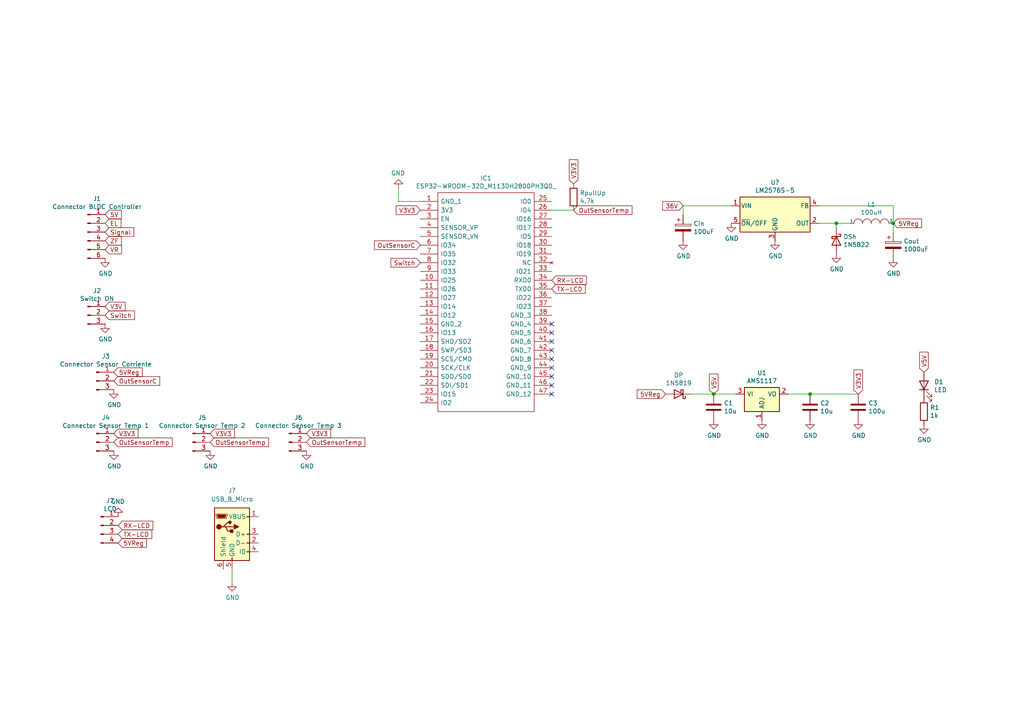
<source format=kicad_sch>
(kicad_sch (version 20211123) (generator eeschema)

  (uuid 2fef2f08-4b45-4314-bcb0-647472744b4f)

  (paper "A4")

  (lib_symbols
    (symbol "Connector:Conn_01x03_Male" (pin_names (offset 1.016) hide) (in_bom yes) (on_board yes)
      (property "Reference" "J" (id 0) (at 0 5.08 0)
        (effects (font (size 1.27 1.27)))
      )
      (property "Value" "Conn_01x03_Male" (id 1) (at 0 -5.08 0)
        (effects (font (size 1.27 1.27)))
      )
      (property "Footprint" "" (id 2) (at 0 0 0)
        (effects (font (size 1.27 1.27)) hide)
      )
      (property "Datasheet" "~" (id 3) (at 0 0 0)
        (effects (font (size 1.27 1.27)) hide)
      )
      (property "ki_keywords" "connector" (id 4) (at 0 0 0)
        (effects (font (size 1.27 1.27)) hide)
      )
      (property "ki_description" "Generic connector, single row, 01x03, script generated (kicad-library-utils/schlib/autogen/connector/)" (id 5) (at 0 0 0)
        (effects (font (size 1.27 1.27)) hide)
      )
      (property "ki_fp_filters" "Connector*:*_1x??_*" (id 6) (at 0 0 0)
        (effects (font (size 1.27 1.27)) hide)
      )
      (symbol "Conn_01x03_Male_1_1"
        (polyline
          (pts
            (xy 1.27 -2.54)
            (xy 0.8636 -2.54)
          )
          (stroke (width 0.1524) (type default) (color 0 0 0 0))
          (fill (type none))
        )
        (polyline
          (pts
            (xy 1.27 0)
            (xy 0.8636 0)
          )
          (stroke (width 0.1524) (type default) (color 0 0 0 0))
          (fill (type none))
        )
        (polyline
          (pts
            (xy 1.27 2.54)
            (xy 0.8636 2.54)
          )
          (stroke (width 0.1524) (type default) (color 0 0 0 0))
          (fill (type none))
        )
        (rectangle (start 0.8636 -2.413) (end 0 -2.667)
          (stroke (width 0.1524) (type default) (color 0 0 0 0))
          (fill (type outline))
        )
        (rectangle (start 0.8636 0.127) (end 0 -0.127)
          (stroke (width 0.1524) (type default) (color 0 0 0 0))
          (fill (type outline))
        )
        (rectangle (start 0.8636 2.667) (end 0 2.413)
          (stroke (width 0.1524) (type default) (color 0 0 0 0))
          (fill (type outline))
        )
        (pin passive line (at 5.08 2.54 180) (length 3.81)
          (name "Pin_1" (effects (font (size 1.27 1.27))))
          (number "1" (effects (font (size 1.27 1.27))))
        )
        (pin passive line (at 5.08 0 180) (length 3.81)
          (name "Pin_2" (effects (font (size 1.27 1.27))))
          (number "2" (effects (font (size 1.27 1.27))))
        )
        (pin passive line (at 5.08 -2.54 180) (length 3.81)
          (name "Pin_3" (effects (font (size 1.27 1.27))))
          (number "3" (effects (font (size 1.27 1.27))))
        )
      )
    )
    (symbol "Connector:Conn_01x04_Male" (pin_names (offset 1.016) hide) (in_bom yes) (on_board yes)
      (property "Reference" "J" (id 0) (at 0 5.08 0)
        (effects (font (size 1.27 1.27)))
      )
      (property "Value" "Conn_01x04_Male" (id 1) (at 0 -7.62 0)
        (effects (font (size 1.27 1.27)))
      )
      (property "Footprint" "" (id 2) (at 0 0 0)
        (effects (font (size 1.27 1.27)) hide)
      )
      (property "Datasheet" "~" (id 3) (at 0 0 0)
        (effects (font (size 1.27 1.27)) hide)
      )
      (property "ki_keywords" "connector" (id 4) (at 0 0 0)
        (effects (font (size 1.27 1.27)) hide)
      )
      (property "ki_description" "Generic connector, single row, 01x04, script generated (kicad-library-utils/schlib/autogen/connector/)" (id 5) (at 0 0 0)
        (effects (font (size 1.27 1.27)) hide)
      )
      (property "ki_fp_filters" "Connector*:*_1x??_*" (id 6) (at 0 0 0)
        (effects (font (size 1.27 1.27)) hide)
      )
      (symbol "Conn_01x04_Male_1_1"
        (polyline
          (pts
            (xy 1.27 -5.08)
            (xy 0.8636 -5.08)
          )
          (stroke (width 0.1524) (type default) (color 0 0 0 0))
          (fill (type none))
        )
        (polyline
          (pts
            (xy 1.27 -2.54)
            (xy 0.8636 -2.54)
          )
          (stroke (width 0.1524) (type default) (color 0 0 0 0))
          (fill (type none))
        )
        (polyline
          (pts
            (xy 1.27 0)
            (xy 0.8636 0)
          )
          (stroke (width 0.1524) (type default) (color 0 0 0 0))
          (fill (type none))
        )
        (polyline
          (pts
            (xy 1.27 2.54)
            (xy 0.8636 2.54)
          )
          (stroke (width 0.1524) (type default) (color 0 0 0 0))
          (fill (type none))
        )
        (rectangle (start 0.8636 -4.953) (end 0 -5.207)
          (stroke (width 0.1524) (type default) (color 0 0 0 0))
          (fill (type outline))
        )
        (rectangle (start 0.8636 -2.413) (end 0 -2.667)
          (stroke (width 0.1524) (type default) (color 0 0 0 0))
          (fill (type outline))
        )
        (rectangle (start 0.8636 0.127) (end 0 -0.127)
          (stroke (width 0.1524) (type default) (color 0 0 0 0))
          (fill (type outline))
        )
        (rectangle (start 0.8636 2.667) (end 0 2.413)
          (stroke (width 0.1524) (type default) (color 0 0 0 0))
          (fill (type outline))
        )
        (pin passive line (at 5.08 2.54 180) (length 3.81)
          (name "Pin_1" (effects (font (size 1.27 1.27))))
          (number "1" (effects (font (size 1.27 1.27))))
        )
        (pin passive line (at 5.08 0 180) (length 3.81)
          (name "Pin_2" (effects (font (size 1.27 1.27))))
          (number "2" (effects (font (size 1.27 1.27))))
        )
        (pin passive line (at 5.08 -2.54 180) (length 3.81)
          (name "Pin_3" (effects (font (size 1.27 1.27))))
          (number "3" (effects (font (size 1.27 1.27))))
        )
        (pin passive line (at 5.08 -5.08 180) (length 3.81)
          (name "Pin_4" (effects (font (size 1.27 1.27))))
          (number "4" (effects (font (size 1.27 1.27))))
        )
      )
    )
    (symbol "Connector:Conn_01x06_Male" (pin_names (offset 1.016) hide) (in_bom yes) (on_board yes)
      (property "Reference" "J" (id 0) (at 0 7.62 0)
        (effects (font (size 1.27 1.27)))
      )
      (property "Value" "Conn_01x06_Male" (id 1) (at 0 -10.16 0)
        (effects (font (size 1.27 1.27)))
      )
      (property "Footprint" "" (id 2) (at 0 0 0)
        (effects (font (size 1.27 1.27)) hide)
      )
      (property "Datasheet" "~" (id 3) (at 0 0 0)
        (effects (font (size 1.27 1.27)) hide)
      )
      (property "ki_keywords" "connector" (id 4) (at 0 0 0)
        (effects (font (size 1.27 1.27)) hide)
      )
      (property "ki_description" "Generic connector, single row, 01x06, script generated (kicad-library-utils/schlib/autogen/connector/)" (id 5) (at 0 0 0)
        (effects (font (size 1.27 1.27)) hide)
      )
      (property "ki_fp_filters" "Connector*:*_1x??_*" (id 6) (at 0 0 0)
        (effects (font (size 1.27 1.27)) hide)
      )
      (symbol "Conn_01x06_Male_1_1"
        (polyline
          (pts
            (xy 1.27 -7.62)
            (xy 0.8636 -7.62)
          )
          (stroke (width 0.1524) (type default) (color 0 0 0 0))
          (fill (type none))
        )
        (polyline
          (pts
            (xy 1.27 -5.08)
            (xy 0.8636 -5.08)
          )
          (stroke (width 0.1524) (type default) (color 0 0 0 0))
          (fill (type none))
        )
        (polyline
          (pts
            (xy 1.27 -2.54)
            (xy 0.8636 -2.54)
          )
          (stroke (width 0.1524) (type default) (color 0 0 0 0))
          (fill (type none))
        )
        (polyline
          (pts
            (xy 1.27 0)
            (xy 0.8636 0)
          )
          (stroke (width 0.1524) (type default) (color 0 0 0 0))
          (fill (type none))
        )
        (polyline
          (pts
            (xy 1.27 2.54)
            (xy 0.8636 2.54)
          )
          (stroke (width 0.1524) (type default) (color 0 0 0 0))
          (fill (type none))
        )
        (polyline
          (pts
            (xy 1.27 5.08)
            (xy 0.8636 5.08)
          )
          (stroke (width 0.1524) (type default) (color 0 0 0 0))
          (fill (type none))
        )
        (rectangle (start 0.8636 -7.493) (end 0 -7.747)
          (stroke (width 0.1524) (type default) (color 0 0 0 0))
          (fill (type outline))
        )
        (rectangle (start 0.8636 -4.953) (end 0 -5.207)
          (stroke (width 0.1524) (type default) (color 0 0 0 0))
          (fill (type outline))
        )
        (rectangle (start 0.8636 -2.413) (end 0 -2.667)
          (stroke (width 0.1524) (type default) (color 0 0 0 0))
          (fill (type outline))
        )
        (rectangle (start 0.8636 0.127) (end 0 -0.127)
          (stroke (width 0.1524) (type default) (color 0 0 0 0))
          (fill (type outline))
        )
        (rectangle (start 0.8636 2.667) (end 0 2.413)
          (stroke (width 0.1524) (type default) (color 0 0 0 0))
          (fill (type outline))
        )
        (rectangle (start 0.8636 5.207) (end 0 4.953)
          (stroke (width 0.1524) (type default) (color 0 0 0 0))
          (fill (type outline))
        )
        (pin passive line (at 5.08 5.08 180) (length 3.81)
          (name "Pin_1" (effects (font (size 1.27 1.27))))
          (number "1" (effects (font (size 1.27 1.27))))
        )
        (pin passive line (at 5.08 2.54 180) (length 3.81)
          (name "Pin_2" (effects (font (size 1.27 1.27))))
          (number "2" (effects (font (size 1.27 1.27))))
        )
        (pin passive line (at 5.08 0 180) (length 3.81)
          (name "Pin_3" (effects (font (size 1.27 1.27))))
          (number "3" (effects (font (size 1.27 1.27))))
        )
        (pin passive line (at 5.08 -2.54 180) (length 3.81)
          (name "Pin_4" (effects (font (size 1.27 1.27))))
          (number "4" (effects (font (size 1.27 1.27))))
        )
        (pin passive line (at 5.08 -5.08 180) (length 3.81)
          (name "Pin_5" (effects (font (size 1.27 1.27))))
          (number "5" (effects (font (size 1.27 1.27))))
        )
        (pin passive line (at 5.08 -7.62 180) (length 3.81)
          (name "Pin_6" (effects (font (size 1.27 1.27))))
          (number "6" (effects (font (size 1.27 1.27))))
        )
      )
    )
    (symbol "Connector:USB_B_Micro" (pin_names (offset 1.016)) (in_bom yes) (on_board yes)
      (property "Reference" "J" (id 0) (at -5.08 11.43 0)
        (effects (font (size 1.27 1.27)) (justify left))
      )
      (property "Value" "USB_B_Micro" (id 1) (at -5.08 8.89 0)
        (effects (font (size 1.27 1.27)) (justify left))
      )
      (property "Footprint" "" (id 2) (at 3.81 -1.27 0)
        (effects (font (size 1.27 1.27)) hide)
      )
      (property "Datasheet" "~" (id 3) (at 3.81 -1.27 0)
        (effects (font (size 1.27 1.27)) hide)
      )
      (property "ki_keywords" "connector USB micro" (id 4) (at 0 0 0)
        (effects (font (size 1.27 1.27)) hide)
      )
      (property "ki_description" "USB Micro Type B connector" (id 5) (at 0 0 0)
        (effects (font (size 1.27 1.27)) hide)
      )
      (property "ki_fp_filters" "USB*" (id 6) (at 0 0 0)
        (effects (font (size 1.27 1.27)) hide)
      )
      (symbol "USB_B_Micro_0_1"
        (rectangle (start -5.08 -7.62) (end 5.08 7.62)
          (stroke (width 0.254) (type default) (color 0 0 0 0))
          (fill (type background))
        )
        (circle (center -3.81 2.159) (radius 0.635)
          (stroke (width 0.254) (type default) (color 0 0 0 0))
          (fill (type outline))
        )
        (circle (center -0.635 3.429) (radius 0.381)
          (stroke (width 0.254) (type default) (color 0 0 0 0))
          (fill (type outline))
        )
        (rectangle (start -0.127 -7.62) (end 0.127 -6.858)
          (stroke (width 0) (type default) (color 0 0 0 0))
          (fill (type none))
        )
        (polyline
          (pts
            (xy -1.905 2.159)
            (xy 0.635 2.159)
          )
          (stroke (width 0.254) (type default) (color 0 0 0 0))
          (fill (type none))
        )
        (polyline
          (pts
            (xy -3.175 2.159)
            (xy -2.54 2.159)
            (xy -1.27 3.429)
            (xy -0.635 3.429)
          )
          (stroke (width 0.254) (type default) (color 0 0 0 0))
          (fill (type none))
        )
        (polyline
          (pts
            (xy -2.54 2.159)
            (xy -1.905 2.159)
            (xy -1.27 0.889)
            (xy 0 0.889)
          )
          (stroke (width 0.254) (type default) (color 0 0 0 0))
          (fill (type none))
        )
        (polyline
          (pts
            (xy 0.635 2.794)
            (xy 0.635 1.524)
            (xy 1.905 2.159)
            (xy 0.635 2.794)
          )
          (stroke (width 0.254) (type default) (color 0 0 0 0))
          (fill (type outline))
        )
        (polyline
          (pts
            (xy -4.318 5.588)
            (xy -1.778 5.588)
            (xy -2.032 4.826)
            (xy -4.064 4.826)
            (xy -4.318 5.588)
          )
          (stroke (width 0) (type default) (color 0 0 0 0))
          (fill (type outline))
        )
        (polyline
          (pts
            (xy -4.699 5.842)
            (xy -4.699 5.588)
            (xy -4.445 4.826)
            (xy -4.445 4.572)
            (xy -1.651 4.572)
            (xy -1.651 4.826)
            (xy -1.397 5.588)
            (xy -1.397 5.842)
            (xy -4.699 5.842)
          )
          (stroke (width 0) (type default) (color 0 0 0 0))
          (fill (type none))
        )
        (rectangle (start 0.254 1.27) (end -0.508 0.508)
          (stroke (width 0.254) (type default) (color 0 0 0 0))
          (fill (type outline))
        )
        (rectangle (start 5.08 -5.207) (end 4.318 -4.953)
          (stroke (width 0) (type default) (color 0 0 0 0))
          (fill (type none))
        )
        (rectangle (start 5.08 -2.667) (end 4.318 -2.413)
          (stroke (width 0) (type default) (color 0 0 0 0))
          (fill (type none))
        )
        (rectangle (start 5.08 -0.127) (end 4.318 0.127)
          (stroke (width 0) (type default) (color 0 0 0 0))
          (fill (type none))
        )
        (rectangle (start 5.08 4.953) (end 4.318 5.207)
          (stroke (width 0) (type default) (color 0 0 0 0))
          (fill (type none))
        )
      )
      (symbol "USB_B_Micro_1_1"
        (pin power_out line (at 7.62 5.08 180) (length 2.54)
          (name "VBUS" (effects (font (size 1.27 1.27))))
          (number "1" (effects (font (size 1.27 1.27))))
        )
        (pin bidirectional line (at 7.62 -2.54 180) (length 2.54)
          (name "D-" (effects (font (size 1.27 1.27))))
          (number "2" (effects (font (size 1.27 1.27))))
        )
        (pin bidirectional line (at 7.62 0 180) (length 2.54)
          (name "D+" (effects (font (size 1.27 1.27))))
          (number "3" (effects (font (size 1.27 1.27))))
        )
        (pin passive line (at 7.62 -5.08 180) (length 2.54)
          (name "ID" (effects (font (size 1.27 1.27))))
          (number "4" (effects (font (size 1.27 1.27))))
        )
        (pin power_out line (at 0 -10.16 90) (length 2.54)
          (name "GND" (effects (font (size 1.27 1.27))))
          (number "5" (effects (font (size 1.27 1.27))))
        )
        (pin passive line (at -2.54 -10.16 90) (length 2.54)
          (name "Shield" (effects (font (size 1.27 1.27))))
          (number "6" (effects (font (size 1.27 1.27))))
        )
      )
    )
    (symbol "Controlador-rescue:CP-Device" (pin_numbers hide) (pin_names (offset 0.254)) (in_bom yes) (on_board yes)
      (property "Reference" "C" (id 0) (at 0.635 2.54 0)
        (effects (font (size 1.27 1.27)) (justify left))
      )
      (property "Value" "CP-Device" (id 1) (at 0.635 -2.54 0)
        (effects (font (size 1.27 1.27)) (justify left))
      )
      (property "Footprint" "" (id 2) (at 0.9652 -3.81 0)
        (effects (font (size 1.27 1.27)) hide)
      )
      (property "Datasheet" "" (id 3) (at 0 0 0)
        (effects (font (size 1.27 1.27)) hide)
      )
      (property "ki_fp_filters" "CP_*" (id 4) (at 0 0 0)
        (effects (font (size 1.27 1.27)) hide)
      )
      (symbol "CP-Device_0_1"
        (rectangle (start -2.286 0.508) (end 2.286 1.016)
          (stroke (width 0) (type default) (color 0 0 0 0))
          (fill (type none))
        )
        (polyline
          (pts
            (xy -1.778 2.286)
            (xy -0.762 2.286)
          )
          (stroke (width 0) (type default) (color 0 0 0 0))
          (fill (type none))
        )
        (polyline
          (pts
            (xy -1.27 2.794)
            (xy -1.27 1.778)
          )
          (stroke (width 0) (type default) (color 0 0 0 0))
          (fill (type none))
        )
        (rectangle (start 2.286 -0.508) (end -2.286 -1.016)
          (stroke (width 0) (type default) (color 0 0 0 0))
          (fill (type outline))
        )
      )
      (symbol "CP-Device_1_1"
        (pin passive line (at 0 3.81 270) (length 2.794)
          (name "~" (effects (font (size 1.27 1.27))))
          (number "1" (effects (font (size 1.27 1.27))))
        )
        (pin passive line (at 0 -3.81 90) (length 2.794)
          (name "~" (effects (font (size 1.27 1.27))))
          (number "2" (effects (font (size 1.27 1.27))))
        )
      )
    )
    (symbol "Controlador-rescue:ESP32-WROOM-32D_M113DH2800PH3Q0_-ESP32-WROOM-32D_M113DH2800PH3Q" (pin_names (offset 0.762)) (in_bom yes) (on_board yes)
      (property "Reference" "IC" (id 0) (at 34.29 7.62 0)
        (effects (font (size 1.27 1.27)) (justify left))
      )
      (property "Value" "ESP32-WROOM-32D_M113DH2800PH3Q0_-ESP32-WROOM-32D_M113DH2800PH3Q" (id 1) (at 34.29 5.08 0)
        (effects (font (size 1.27 1.27)) (justify left))
      )
      (property "Footprint" "ESP32WROOM32DM113DH2800PH3Q0" (id 2) (at 34.29 2.54 0)
        (effects (font (size 1.27 1.27)) (justify left) hide)
      )
      (property "Datasheet" "https://www.espressif.com/sites/default/files/documentation/esp32-wroom-32d_esp32-wroom-32u_datasheet_en.pdf" (id 3) (at 34.29 0 0)
        (effects (font (size 1.27 1.27)) (justify left) hide)
      )
      (property "Description" "WiFi Modules (802.11) SMD Module, ESP32-D0WD, 32Mbits SPI flash, UART mode, PCB antenna" (id 4) (at 34.29 -2.54 0)
        (effects (font (size 1.27 1.27)) (justify left) hide)
      )
      (property "Height" "3.2" (id 5) (at 34.29 -5.08 0)
        (effects (font (size 1.27 1.27)) (justify left) hide)
      )
      (property "Manufacturer_Name" "Espressif Systems" (id 6) (at 34.29 -7.62 0)
        (effects (font (size 1.27 1.27)) (justify left) hide)
      )
      (property "Manufacturer_Part_Number" "ESP32-WROOM-32D(M113DH2800PH3Q0)" (id 7) (at 34.29 -10.16 0)
        (effects (font (size 1.27 1.27)) (justify left) hide)
      )
      (property "Mouser Part Number" "356-ES32WROOM32D16MB" (id 8) (at 34.29 -12.7 0)
        (effects (font (size 1.27 1.27)) (justify left) hide)
      )
      (property "Mouser Price/Stock" "https://www.mouser.co.uk/ProductDetail/Espressif-Systems/ESP32-WROOM-32DM113DH2800PH3Q0?qs=W%2FMpXkg%252BdQ75%2Fda1rSxxJw%3D%3D" (id 9) (at 34.29 -15.24 0)
        (effects (font (size 1.27 1.27)) (justify left) hide)
      )
      (symbol "ESP32-WROOM-32D_M113DH2800PH3Q0_-ESP32-WROOM-32D_M113DH2800PH3Q_0_0"
        (pin passive line (at 0 0 0) (length 5.08)
          (name "GND_1" (effects (font (size 1.27 1.27))))
          (number "1" (effects (font (size 1.27 1.27))))
        )
        (pin passive line (at 0 -22.86 0) (length 5.08)
          (name "IO25" (effects (font (size 1.27 1.27))))
          (number "10" (effects (font (size 1.27 1.27))))
        )
        (pin passive line (at 0 -25.4 0) (length 5.08)
          (name "IO26" (effects (font (size 1.27 1.27))))
          (number "11" (effects (font (size 1.27 1.27))))
        )
        (pin passive line (at 0 -27.94 0) (length 5.08)
          (name "IO27" (effects (font (size 1.27 1.27))))
          (number "12" (effects (font (size 1.27 1.27))))
        )
        (pin passive line (at 0 -30.48 0) (length 5.08)
          (name "IO14" (effects (font (size 1.27 1.27))))
          (number "13" (effects (font (size 1.27 1.27))))
        )
        (pin passive line (at 0 -33.02 0) (length 5.08)
          (name "IO12" (effects (font (size 1.27 1.27))))
          (number "14" (effects (font (size 1.27 1.27))))
        )
        (pin passive line (at 0 -35.56 0) (length 5.08)
          (name "GND_2" (effects (font (size 1.27 1.27))))
          (number "15" (effects (font (size 1.27 1.27))))
        )
        (pin passive line (at 0 -38.1 0) (length 5.08)
          (name "IO13" (effects (font (size 1.27 1.27))))
          (number "16" (effects (font (size 1.27 1.27))))
        )
        (pin passive line (at 0 -40.64 0) (length 5.08)
          (name "SHD/SD2" (effects (font (size 1.27 1.27))))
          (number "17" (effects (font (size 1.27 1.27))))
        )
        (pin passive line (at 0 -43.18 0) (length 5.08)
          (name "SWP/SD3" (effects (font (size 1.27 1.27))))
          (number "18" (effects (font (size 1.27 1.27))))
        )
        (pin passive line (at 0 -45.72 0) (length 5.08)
          (name "SCS/CMD" (effects (font (size 1.27 1.27))))
          (number "19" (effects (font (size 1.27 1.27))))
        )
        (pin passive line (at 0 -2.54 0) (length 5.08)
          (name "3V3" (effects (font (size 1.27 1.27))))
          (number "2" (effects (font (size 1.27 1.27))))
        )
        (pin passive line (at 0 -48.26 0) (length 5.08)
          (name "SCK/CLK" (effects (font (size 1.27 1.27))))
          (number "20" (effects (font (size 1.27 1.27))))
        )
        (pin passive line (at 0 -50.8 0) (length 5.08)
          (name "SDO/SD0" (effects (font (size 1.27 1.27))))
          (number "21" (effects (font (size 1.27 1.27))))
        )
        (pin passive line (at 0 -53.34 0) (length 5.08)
          (name "SDI/SD1" (effects (font (size 1.27 1.27))))
          (number "22" (effects (font (size 1.27 1.27))))
        )
        (pin passive line (at 0 -55.88 0) (length 5.08)
          (name "IO15" (effects (font (size 1.27 1.27))))
          (number "23" (effects (font (size 1.27 1.27))))
        )
        (pin passive line (at 0 -58.42 0) (length 5.08)
          (name "IO2" (effects (font (size 1.27 1.27))))
          (number "24" (effects (font (size 1.27 1.27))))
        )
        (pin passive line (at 38.1 0 180) (length 5.08)
          (name "IO0" (effects (font (size 1.27 1.27))))
          (number "25" (effects (font (size 1.27 1.27))))
        )
        (pin passive line (at 38.1 -2.54 180) (length 5.08)
          (name "IO4" (effects (font (size 1.27 1.27))))
          (number "26" (effects (font (size 1.27 1.27))))
        )
        (pin passive line (at 38.1 -5.08 180) (length 5.08)
          (name "IO16" (effects (font (size 1.27 1.27))))
          (number "27" (effects (font (size 1.27 1.27))))
        )
        (pin passive line (at 38.1 -7.62 180) (length 5.08)
          (name "IO17" (effects (font (size 1.27 1.27))))
          (number "28" (effects (font (size 1.27 1.27))))
        )
        (pin passive line (at 38.1 -10.16 180) (length 5.08)
          (name "IO5" (effects (font (size 1.27 1.27))))
          (number "29" (effects (font (size 1.27 1.27))))
        )
        (pin passive line (at 0 -5.08 0) (length 5.08)
          (name "EN" (effects (font (size 1.27 1.27))))
          (number "3" (effects (font (size 1.27 1.27))))
        )
        (pin passive line (at 38.1 -12.7 180) (length 5.08)
          (name "IO18" (effects (font (size 1.27 1.27))))
          (number "30" (effects (font (size 1.27 1.27))))
        )
        (pin passive line (at 38.1 -15.24 180) (length 5.08)
          (name "IO19" (effects (font (size 1.27 1.27))))
          (number "31" (effects (font (size 1.27 1.27))))
        )
        (pin no_connect line (at 38.1 -17.78 180) (length 5.08)
          (name "NC" (effects (font (size 1.27 1.27))))
          (number "32" (effects (font (size 1.27 1.27))))
        )
        (pin passive line (at 38.1 -20.32 180) (length 5.08)
          (name "IO21" (effects (font (size 1.27 1.27))))
          (number "33" (effects (font (size 1.27 1.27))))
        )
        (pin passive line (at 38.1 -22.86 180) (length 5.08)
          (name "RXD0" (effects (font (size 1.27 1.27))))
          (number "34" (effects (font (size 1.27 1.27))))
        )
        (pin passive line (at 38.1 -25.4 180) (length 5.08)
          (name "TXD0" (effects (font (size 1.27 1.27))))
          (number "35" (effects (font (size 1.27 1.27))))
        )
        (pin passive line (at 38.1 -27.94 180) (length 5.08)
          (name "IO22" (effects (font (size 1.27 1.27))))
          (number "36" (effects (font (size 1.27 1.27))))
        )
        (pin passive line (at 38.1 -30.48 180) (length 5.08)
          (name "IO23" (effects (font (size 1.27 1.27))))
          (number "37" (effects (font (size 1.27 1.27))))
        )
        (pin passive line (at 38.1 -33.02 180) (length 5.08)
          (name "GND_3" (effects (font (size 1.27 1.27))))
          (number "38" (effects (font (size 1.27 1.27))))
        )
        (pin passive line (at 38.1 -35.56 180) (length 5.08)
          (name "GND_4" (effects (font (size 1.27 1.27))))
          (number "39" (effects (font (size 1.27 1.27))))
        )
        (pin passive line (at 0 -7.62 0) (length 5.08)
          (name "SENSOR_VP" (effects (font (size 1.27 1.27))))
          (number "4" (effects (font (size 1.27 1.27))))
        )
        (pin passive line (at 38.1 -38.1 180) (length 5.08)
          (name "GND_5" (effects (font (size 1.27 1.27))))
          (number "40" (effects (font (size 1.27 1.27))))
        )
        (pin passive line (at 38.1 -40.64 180) (length 5.08)
          (name "GND_6" (effects (font (size 1.27 1.27))))
          (number "41" (effects (font (size 1.27 1.27))))
        )
        (pin passive line (at 38.1 -43.18 180) (length 5.08)
          (name "GND_7" (effects (font (size 1.27 1.27))))
          (number "42" (effects (font (size 1.27 1.27))))
        )
        (pin passive line (at 38.1 -45.72 180) (length 5.08)
          (name "GND_8" (effects (font (size 1.27 1.27))))
          (number "43" (effects (font (size 1.27 1.27))))
        )
        (pin passive line (at 38.1 -48.26 180) (length 5.08)
          (name "GND_9" (effects (font (size 1.27 1.27))))
          (number "44" (effects (font (size 1.27 1.27))))
        )
        (pin passive line (at 38.1 -50.8 180) (length 5.08)
          (name "GND_10" (effects (font (size 1.27 1.27))))
          (number "45" (effects (font (size 1.27 1.27))))
        )
        (pin passive line (at 38.1 -53.34 180) (length 5.08)
          (name "GND_11" (effects (font (size 1.27 1.27))))
          (number "46" (effects (font (size 1.27 1.27))))
        )
        (pin passive line (at 38.1 -55.88 180) (length 5.08)
          (name "GND_12" (effects (font (size 1.27 1.27))))
          (number "47" (effects (font (size 1.27 1.27))))
        )
        (pin passive line (at 0 -10.16 0) (length 5.08)
          (name "SENSOR_VN" (effects (font (size 1.27 1.27))))
          (number "5" (effects (font (size 1.27 1.27))))
        )
        (pin passive line (at 0 -12.7 0) (length 5.08)
          (name "IO34" (effects (font (size 1.27 1.27))))
          (number "6" (effects (font (size 1.27 1.27))))
        )
        (pin passive line (at 0 -15.24 0) (length 5.08)
          (name "IO35" (effects (font (size 1.27 1.27))))
          (number "7" (effects (font (size 1.27 1.27))))
        )
        (pin passive line (at 0 -17.78 0) (length 5.08)
          (name "IO32" (effects (font (size 1.27 1.27))))
          (number "8" (effects (font (size 1.27 1.27))))
        )
        (pin passive line (at 0 -20.32 0) (length 5.08)
          (name "IO33" (effects (font (size 1.27 1.27))))
          (number "9" (effects (font (size 1.27 1.27))))
        )
      )
      (symbol "ESP32-WROOM-32D_M113DH2800PH3Q0_-ESP32-WROOM-32D_M113DH2800PH3Q_0_1"
        (polyline
          (pts
            (xy 5.08 2.54)
            (xy 33.02 2.54)
            (xy 33.02 -60.96)
            (xy 5.08 -60.96)
            (xy 5.08 2.54)
          )
          (stroke (width 0.1524) (type default) (color 0 0 0 0))
          (fill (type none))
        )
      )
    )
    (symbol "Device:C" (pin_numbers hide) (pin_names (offset 0.254)) (in_bom yes) (on_board yes)
      (property "Reference" "C" (id 0) (at 0.635 2.54 0)
        (effects (font (size 1.27 1.27)) (justify left))
      )
      (property "Value" "C" (id 1) (at 0.635 -2.54 0)
        (effects (font (size 1.27 1.27)) (justify left))
      )
      (property "Footprint" "" (id 2) (at 0.9652 -3.81 0)
        (effects (font (size 1.27 1.27)) hide)
      )
      (property "Datasheet" "~" (id 3) (at 0 0 0)
        (effects (font (size 1.27 1.27)) hide)
      )
      (property "ki_keywords" "cap capacitor" (id 4) (at 0 0 0)
        (effects (font (size 1.27 1.27)) hide)
      )
      (property "ki_description" "Unpolarized capacitor" (id 5) (at 0 0 0)
        (effects (font (size 1.27 1.27)) hide)
      )
      (property "ki_fp_filters" "C_*" (id 6) (at 0 0 0)
        (effects (font (size 1.27 1.27)) hide)
      )
      (symbol "C_0_1"
        (polyline
          (pts
            (xy -2.032 -0.762)
            (xy 2.032 -0.762)
          )
          (stroke (width 0.508) (type default) (color 0 0 0 0))
          (fill (type none))
        )
        (polyline
          (pts
            (xy -2.032 0.762)
            (xy 2.032 0.762)
          )
          (stroke (width 0.508) (type default) (color 0 0 0 0))
          (fill (type none))
        )
      )
      (symbol "C_1_1"
        (pin passive line (at 0 3.81 270) (length 2.794)
          (name "~" (effects (font (size 1.27 1.27))))
          (number "1" (effects (font (size 1.27 1.27))))
        )
        (pin passive line (at 0 -3.81 90) (length 2.794)
          (name "~" (effects (font (size 1.27 1.27))))
          (number "2" (effects (font (size 1.27 1.27))))
        )
      )
    )
    (symbol "Device:LED" (pin_numbers hide) (pin_names (offset 1.016) hide) (in_bom yes) (on_board yes)
      (property "Reference" "D" (id 0) (at 0 2.54 0)
        (effects (font (size 1.27 1.27)))
      )
      (property "Value" "LED" (id 1) (at 0 -2.54 0)
        (effects (font (size 1.27 1.27)))
      )
      (property "Footprint" "" (id 2) (at 0 0 0)
        (effects (font (size 1.27 1.27)) hide)
      )
      (property "Datasheet" "~" (id 3) (at 0 0 0)
        (effects (font (size 1.27 1.27)) hide)
      )
      (property "ki_keywords" "LED diode" (id 4) (at 0 0 0)
        (effects (font (size 1.27 1.27)) hide)
      )
      (property "ki_description" "Light emitting diode" (id 5) (at 0 0 0)
        (effects (font (size 1.27 1.27)) hide)
      )
      (property "ki_fp_filters" "LED* LED_SMD:* LED_THT:*" (id 6) (at 0 0 0)
        (effects (font (size 1.27 1.27)) hide)
      )
      (symbol "LED_0_1"
        (polyline
          (pts
            (xy -1.27 -1.27)
            (xy -1.27 1.27)
          )
          (stroke (width 0.254) (type default) (color 0 0 0 0))
          (fill (type none))
        )
        (polyline
          (pts
            (xy -1.27 0)
            (xy 1.27 0)
          )
          (stroke (width 0) (type default) (color 0 0 0 0))
          (fill (type none))
        )
        (polyline
          (pts
            (xy 1.27 -1.27)
            (xy 1.27 1.27)
            (xy -1.27 0)
            (xy 1.27 -1.27)
          )
          (stroke (width 0.254) (type default) (color 0 0 0 0))
          (fill (type none))
        )
        (polyline
          (pts
            (xy -3.048 -0.762)
            (xy -4.572 -2.286)
            (xy -3.81 -2.286)
            (xy -4.572 -2.286)
            (xy -4.572 -1.524)
          )
          (stroke (width 0) (type default) (color 0 0 0 0))
          (fill (type none))
        )
        (polyline
          (pts
            (xy -1.778 -0.762)
            (xy -3.302 -2.286)
            (xy -2.54 -2.286)
            (xy -3.302 -2.286)
            (xy -3.302 -1.524)
          )
          (stroke (width 0) (type default) (color 0 0 0 0))
          (fill (type none))
        )
      )
      (symbol "LED_1_1"
        (pin passive line (at -3.81 0 0) (length 2.54)
          (name "K" (effects (font (size 1.27 1.27))))
          (number "1" (effects (font (size 1.27 1.27))))
        )
        (pin passive line (at 3.81 0 180) (length 2.54)
          (name "A" (effects (font (size 1.27 1.27))))
          (number "2" (effects (font (size 1.27 1.27))))
        )
      )
    )
    (symbol "Device:R" (pin_numbers hide) (pin_names (offset 0)) (in_bom yes) (on_board yes)
      (property "Reference" "R" (id 0) (at 2.032 0 90)
        (effects (font (size 1.27 1.27)))
      )
      (property "Value" "R" (id 1) (at 0 0 90)
        (effects (font (size 1.27 1.27)))
      )
      (property "Footprint" "" (id 2) (at -1.778 0 90)
        (effects (font (size 1.27 1.27)) hide)
      )
      (property "Datasheet" "~" (id 3) (at 0 0 0)
        (effects (font (size 1.27 1.27)) hide)
      )
      (property "ki_keywords" "R res resistor" (id 4) (at 0 0 0)
        (effects (font (size 1.27 1.27)) hide)
      )
      (property "ki_description" "Resistor" (id 5) (at 0 0 0)
        (effects (font (size 1.27 1.27)) hide)
      )
      (property "ki_fp_filters" "R_*" (id 6) (at 0 0 0)
        (effects (font (size 1.27 1.27)) hide)
      )
      (symbol "R_0_1"
        (rectangle (start -1.016 -2.54) (end 1.016 2.54)
          (stroke (width 0.254) (type default) (color 0 0 0 0))
          (fill (type none))
        )
      )
      (symbol "R_1_1"
        (pin passive line (at 0 3.81 270) (length 1.27)
          (name "~" (effects (font (size 1.27 1.27))))
          (number "1" (effects (font (size 1.27 1.27))))
        )
        (pin passive line (at 0 -3.81 90) (length 1.27)
          (name "~" (effects (font (size 1.27 1.27))))
          (number "2" (effects (font (size 1.27 1.27))))
        )
      )
    )
    (symbol "Diode:1N5819" (pin_numbers hide) (pin_names (offset 1.016) hide) (in_bom yes) (on_board yes)
      (property "Reference" "D" (id 0) (at 0 2.54 0)
        (effects (font (size 1.27 1.27)))
      )
      (property "Value" "1N5819" (id 1) (at 0 -2.54 0)
        (effects (font (size 1.27 1.27)))
      )
      (property "Footprint" "Diode_THT:D_DO-41_SOD81_P10.16mm_Horizontal" (id 2) (at 0 -4.445 0)
        (effects (font (size 1.27 1.27)) hide)
      )
      (property "Datasheet" "http://www.vishay.com/docs/88525/1n5817.pdf" (id 3) (at 0 0 0)
        (effects (font (size 1.27 1.27)) hide)
      )
      (property "ki_keywords" "diode Schottky" (id 4) (at 0 0 0)
        (effects (font (size 1.27 1.27)) hide)
      )
      (property "ki_description" "40V 1A Schottky Barrier Rectifier Diode, DO-41" (id 5) (at 0 0 0)
        (effects (font (size 1.27 1.27)) hide)
      )
      (property "ki_fp_filters" "D*DO?41*" (id 6) (at 0 0 0)
        (effects (font (size 1.27 1.27)) hide)
      )
      (symbol "1N5819_0_1"
        (polyline
          (pts
            (xy 1.27 0)
            (xy -1.27 0)
          )
          (stroke (width 0) (type default) (color 0 0 0 0))
          (fill (type none))
        )
        (polyline
          (pts
            (xy 1.27 1.27)
            (xy 1.27 -1.27)
            (xy -1.27 0)
            (xy 1.27 1.27)
          )
          (stroke (width 0.254) (type default) (color 0 0 0 0))
          (fill (type none))
        )
        (polyline
          (pts
            (xy -1.905 0.635)
            (xy -1.905 1.27)
            (xy -1.27 1.27)
            (xy -1.27 -1.27)
            (xy -0.635 -1.27)
            (xy -0.635 -0.635)
          )
          (stroke (width 0.254) (type default) (color 0 0 0 0))
          (fill (type none))
        )
      )
      (symbol "1N5819_1_1"
        (pin passive line (at -3.81 0 0) (length 2.54)
          (name "K" (effects (font (size 1.27 1.27))))
          (number "1" (effects (font (size 1.27 1.27))))
        )
        (pin passive line (at 3.81 0 180) (length 2.54)
          (name "A" (effects (font (size 1.27 1.27))))
          (number "2" (effects (font (size 1.27 1.27))))
        )
      )
    )
    (symbol "Diode:1N5822" (pin_numbers hide) (pin_names (offset 1.016) hide) (in_bom yes) (on_board yes)
      (property "Reference" "D" (id 0) (at 0 2.54 0)
        (effects (font (size 1.27 1.27)))
      )
      (property "Value" "1N5822" (id 1) (at 0 -2.54 0)
        (effects (font (size 1.27 1.27)))
      )
      (property "Footprint" "Diode_THT:D_DO-201AD_P15.24mm_Horizontal" (id 2) (at 0 -4.445 0)
        (effects (font (size 1.27 1.27)) hide)
      )
      (property "Datasheet" "http://www.vishay.com/docs/88526/1n5820.pdf" (id 3) (at 0 0 0)
        (effects (font (size 1.27 1.27)) hide)
      )
      (property "ki_keywords" "diode Schottky" (id 4) (at 0 0 0)
        (effects (font (size 1.27 1.27)) hide)
      )
      (property "ki_description" "40V 3A Schottky Barrier Rectifier Diode, DO-201AD" (id 5) (at 0 0 0)
        (effects (font (size 1.27 1.27)) hide)
      )
      (property "ki_fp_filters" "D*DO?201AD*" (id 6) (at 0 0 0)
        (effects (font (size 1.27 1.27)) hide)
      )
      (symbol "1N5822_0_1"
        (polyline
          (pts
            (xy 1.27 0)
            (xy -1.27 0)
          )
          (stroke (width 0) (type default) (color 0 0 0 0))
          (fill (type none))
        )
        (polyline
          (pts
            (xy 1.27 1.27)
            (xy 1.27 -1.27)
            (xy -1.27 0)
            (xy 1.27 1.27)
          )
          (stroke (width 0.254) (type default) (color 0 0 0 0))
          (fill (type none))
        )
        (polyline
          (pts
            (xy -1.905 0.635)
            (xy -1.905 1.27)
            (xy -1.27 1.27)
            (xy -1.27 -1.27)
            (xy -0.635 -1.27)
            (xy -0.635 -0.635)
          )
          (stroke (width 0.254) (type default) (color 0 0 0 0))
          (fill (type none))
        )
      )
      (symbol "1N5822_1_1"
        (pin passive line (at -3.81 0 0) (length 2.54)
          (name "K" (effects (font (size 1.27 1.27))))
          (number "1" (effects (font (size 1.27 1.27))))
        )
        (pin passive line (at 3.81 0 180) (length 2.54)
          (name "A" (effects (font (size 1.27 1.27))))
          (number "2" (effects (font (size 1.27 1.27))))
        )
      )
    )
    (symbol "Regulator_Linear:AMS1117" (pin_names (offset 0.762)) (in_bom yes) (on_board yes)
      (property "Reference" "U" (id 0) (at -3.81 3.175 0)
        (effects (font (size 1.27 1.27)))
      )
      (property "Value" "AMS1117" (id 1) (at 0 3.175 0)
        (effects (font (size 1.27 1.27)) (justify left))
      )
      (property "Footprint" "Package_TO_SOT_SMD:SOT-223-3_TabPin2" (id 2) (at 0 5.08 0)
        (effects (font (size 1.27 1.27)) hide)
      )
      (property "Datasheet" "http://www.advanced-monolithic.com/pdf/ds1117.pdf" (id 3) (at 2.54 -6.35 0)
        (effects (font (size 1.27 1.27)) hide)
      )
      (property "ki_keywords" "linear regulator ldo adjustable positive" (id 4) (at 0 0 0)
        (effects (font (size 1.27 1.27)) hide)
      )
      (property "ki_description" "1A Low Dropout regulator, positive, adjustable output, SOT-223" (id 5) (at 0 0 0)
        (effects (font (size 1.27 1.27)) hide)
      )
      (property "ki_fp_filters" "SOT?223*TabPin2*" (id 6) (at 0 0 0)
        (effects (font (size 1.27 1.27)) hide)
      )
      (symbol "AMS1117_0_1"
        (rectangle (start -5.08 -5.08) (end 5.08 1.905)
          (stroke (width 0.254) (type default) (color 0 0 0 0))
          (fill (type background))
        )
      )
      (symbol "AMS1117_1_1"
        (pin input line (at 0 -7.62 90) (length 2.54)
          (name "ADJ" (effects (font (size 1.27 1.27))))
          (number "1" (effects (font (size 1.27 1.27))))
        )
        (pin power_out line (at 7.62 0 180) (length 2.54)
          (name "VO" (effects (font (size 1.27 1.27))))
          (number "2" (effects (font (size 1.27 1.27))))
        )
        (pin power_in line (at -7.62 0 0) (length 2.54)
          (name "VI" (effects (font (size 1.27 1.27))))
          (number "3" (effects (font (size 1.27 1.27))))
        )
      )
    )
    (symbol "Regulator_Switching:LM2576S-5" (pin_names (offset 0.254)) (in_bom yes) (on_board yes)
      (property "Reference" "U" (id 0) (at -10.16 6.35 0)
        (effects (font (size 1.27 1.27)) (justify left))
      )
      (property "Value" "LM2576S-5" (id 1) (at 0 6.35 0)
        (effects (font (size 1.27 1.27)) (justify left))
      )
      (property "Footprint" "Package_TO_SOT_SMD:TO-263-5_TabPin3" (id 2) (at 0 -6.35 0)
        (effects (font (size 1.27 1.27) italic) (justify left) hide)
      )
      (property "Datasheet" "http://www.ti.com/lit/ds/symlink/lm2576.pdf" (id 3) (at 0 0 0)
        (effects (font (size 1.27 1.27)) hide)
      )
      (property "ki_keywords" "Step-Down Voltage Regulator 5V 3A" (id 4) (at 0 0 0)
        (effects (font (size 1.27 1.27)) hide)
      )
      (property "ki_description" "5V, 3A SIMPLE SWITCHER® Step-Down Voltage Regulator, TO-263" (id 5) (at 0 0 0)
        (effects (font (size 1.27 1.27)) hide)
      )
      (property "ki_fp_filters" "TO?263*" (id 6) (at 0 0 0)
        (effects (font (size 1.27 1.27)) hide)
      )
      (symbol "LM2576S-5_0_1"
        (rectangle (start -10.16 5.08) (end 10.16 -5.08)
          (stroke (width 0.254) (type default) (color 0 0 0 0))
          (fill (type background))
        )
      )
      (symbol "LM2576S-5_1_1"
        (pin power_in line (at -12.7 2.54 0) (length 2.54)
          (name "VIN" (effects (font (size 1.27 1.27))))
          (number "1" (effects (font (size 1.27 1.27))))
        )
        (pin output line (at 12.7 -2.54 180) (length 2.54)
          (name "OUT" (effects (font (size 1.27 1.27))))
          (number "2" (effects (font (size 1.27 1.27))))
        )
        (pin power_in line (at 0 -7.62 90) (length 2.54)
          (name "GND" (effects (font (size 1.27 1.27))))
          (number "3" (effects (font (size 1.27 1.27))))
        )
        (pin input line (at 12.7 2.54 180) (length 2.54)
          (name "FB" (effects (font (size 1.27 1.27))))
          (number "4" (effects (font (size 1.27 1.27))))
        )
        (pin input line (at -12.7 -2.54 0) (length 2.54)
          (name "~{ON}/OFF" (effects (font (size 1.27 1.27))))
          (number "5" (effects (font (size 1.27 1.27))))
        )
      )
    )
    (symbol "power:GND" (power) (pin_names (offset 0)) (in_bom yes) (on_board yes)
      (property "Reference" "#PWR" (id 0) (at 0 -6.35 0)
        (effects (font (size 1.27 1.27)) hide)
      )
      (property "Value" "GND" (id 1) (at 0 -3.81 0)
        (effects (font (size 1.27 1.27)))
      )
      (property "Footprint" "" (id 2) (at 0 0 0)
        (effects (font (size 1.27 1.27)) hide)
      )
      (property "Datasheet" "" (id 3) (at 0 0 0)
        (effects (font (size 1.27 1.27)) hide)
      )
      (property "ki_keywords" "power-flag" (id 4) (at 0 0 0)
        (effects (font (size 1.27 1.27)) hide)
      )
      (property "ki_description" "Power symbol creates a global label with name \"GND\" , ground" (id 5) (at 0 0 0)
        (effects (font (size 1.27 1.27)) hide)
      )
      (symbol "GND_0_1"
        (polyline
          (pts
            (xy 0 0)
            (xy 0 -1.27)
            (xy 1.27 -1.27)
            (xy 0 -2.54)
            (xy -1.27 -1.27)
            (xy 0 -1.27)
          )
          (stroke (width 0) (type default) (color 0 0 0 0))
          (fill (type none))
        )
      )
      (symbol "GND_1_1"
        (pin power_in line (at 0 0 270) (length 0) hide
          (name "GND" (effects (font (size 1.27 1.27))))
          (number "1" (effects (font (size 1.27 1.27))))
        )
      )
    )
    (symbol "pspice:INDUCTOR" (pin_numbers hide) (pin_names (offset 0)) (in_bom yes) (on_board yes)
      (property "Reference" "L" (id 0) (at 0 2.54 0)
        (effects (font (size 1.27 1.27)))
      )
      (property "Value" "INDUCTOR" (id 1) (at 0 -1.27 0)
        (effects (font (size 1.27 1.27)))
      )
      (property "Footprint" "" (id 2) (at 0 0 0)
        (effects (font (size 1.27 1.27)) hide)
      )
      (property "Datasheet" "~" (id 3) (at 0 0 0)
        (effects (font (size 1.27 1.27)) hide)
      )
      (property "ki_keywords" "simulation" (id 4) (at 0 0 0)
        (effects (font (size 1.27 1.27)) hide)
      )
      (property "ki_description" "Inductor symbol for simulation only" (id 5) (at 0 0 0)
        (effects (font (size 1.27 1.27)) hide)
      )
      (symbol "INDUCTOR_0_1"
        (arc (start -2.54 0) (mid -3.81 1.27) (end -5.08 0)
          (stroke (width 0) (type default) (color 0 0 0 0))
          (fill (type none))
        )
        (arc (start 0 0) (mid -1.27 1.27) (end -2.54 0)
          (stroke (width 0) (type default) (color 0 0 0 0))
          (fill (type none))
        )
        (arc (start 2.54 0) (mid 1.27 1.27) (end 0 0)
          (stroke (width 0) (type default) (color 0 0 0 0))
          (fill (type none))
        )
        (arc (start 5.08 0) (mid 3.81 1.27) (end 2.54 0)
          (stroke (width 0) (type default) (color 0 0 0 0))
          (fill (type none))
        )
      )
      (symbol "INDUCTOR_1_1"
        (pin input line (at -6.35 0 0) (length 1.27)
          (name "1" (effects (font (size 0.762 0.762))))
          (number "1" (effects (font (size 0.762 0.762))))
        )
        (pin input line (at 6.35 0 180) (length 1.27)
          (name "2" (effects (font (size 0.762 0.762))))
          (number "2" (effects (font (size 0.762 0.762))))
        )
      )
    )
  )

  (junction (at 207.01 114.3) (diameter 0) (color 0 0 0 0)
    (uuid 54311321-1432-4f89-a831-285edcc7c9c7)
  )
  (junction (at 259.08 64.77) (diameter 0) (color 0 0 0 0)
    (uuid 69f56205-5a89-4c51-8bb0-0ce8fc9d08e2)
  )
  (junction (at 234.95 114.3) (diameter 0) (color 0 0 0 0)
    (uuid bf0ff743-5911-4e29-b0d4-91b847020ff9)
  )
  (junction (at 242.57 64.77) (diameter 0) (color 0 0 0 0)
    (uuid cc74d7c0-df04-4e4a-abbb-4162b1d57a6c)
  )

  (no_connect (at 160.02 109.22) (uuid 0455410d-a923-4dcc-a99d-01f89034c3e1))
  (no_connect (at 160.02 93.98) (uuid 15a9c862-9194-4397-8c99-4e61052e772f))
  (no_connect (at 160.02 114.3) (uuid 3e325585-6f0f-453e-bb45-3eb9785612e7))
  (no_connect (at 160.02 106.68) (uuid 7c78a1b8-0285-4c17-99c4-7f45ee209225))
  (no_connect (at 160.02 104.14) (uuid a78b7aff-8e95-4731-9e08-f0f7fd9564a9))
  (no_connect (at 160.02 101.6) (uuid b92e1d8f-129c-4344-b66d-2f753d3b3721))
  (no_connect (at 160.02 96.52) (uuid d6b7be53-4a98-49dc-9524-cfd8740308b7))
  (no_connect (at 160.02 99.06) (uuid e1fa47cb-4974-46b1-801c-81f8eb04a9d2))
  (no_connect (at 160.02 111.76) (uuid ef875964-275f-4788-841a-8d924d93271e))

  (wire (pts (xy 259.08 59.69) (xy 259.08 64.77))
    (stroke (width 0) (type default) (color 0 0 0 0))
    (uuid 2133e6a8-6365-48d8-a47b-ded5306c4041)
  )
  (wire (pts (xy 228.6 114.3) (xy 234.95 114.3))
    (stroke (width 0) (type default) (color 0 0 0 0))
    (uuid 3050045c-51c8-4867-8405-fcb60acacc3b)
  )
  (wire (pts (xy 237.49 64.77) (xy 242.57 64.77))
    (stroke (width 0) (type default) (color 0 0 0 0))
    (uuid 3fd5faec-f3ad-436f-b218-6d63e6120db5)
  )
  (wire (pts (xy 248.92 114.3) (xy 234.95 114.3))
    (stroke (width 0) (type default) (color 0 0 0 0))
    (uuid 52323592-18aa-4a66-8cf1-be01d771398b)
  )
  (wire (pts (xy 237.49 59.69) (xy 259.08 59.69))
    (stroke (width 0) (type default) (color 0 0 0 0))
    (uuid 63f682a6-c764-4657-8d30-3b10a29f5f8f)
  )
  (wire (pts (xy 259.08 67.31) (xy 259.08 64.77))
    (stroke (width 0) (type default) (color 0 0 0 0))
    (uuid 66b000c1-6add-4a96-b4d5-1b4b2be343a1)
  )
  (wire (pts (xy 67.31 165.1) (xy 67.31 168.91))
    (stroke (width 0) (type default) (color 0 0 0 0))
    (uuid 68c2a5b9-7814-4fd4-9d0f-d1352cc6beb5)
  )
  (wire (pts (xy 207.01 114.3) (xy 213.36 114.3))
    (stroke (width 0) (type default) (color 0 0 0 0))
    (uuid 7d40d60e-c713-479e-99dc-82d871e1e57b)
  )
  (wire (pts (xy 115.57 58.42) (xy 121.92 58.42))
    (stroke (width 0) (type default) (color 0 0 0 0))
    (uuid 832fd36f-e238-4fec-b637-99d96814370b)
  )
  (wire (pts (xy 198.12 59.69) (xy 212.09 59.69))
    (stroke (width 0) (type default) (color 0 0 0 0))
    (uuid 9a5d447d-d8a2-4053-b0df-ccf4efe1c1c2)
  )
  (wire (pts (xy 166.37 60.96) (xy 160.02 60.96))
    (stroke (width 0) (type default) (color 0 0 0 0))
    (uuid 9ba96b9e-dd3b-4f48-a3b3-13ce018a29fc)
  )
  (wire (pts (xy 200.66 114.3) (xy 207.01 114.3))
    (stroke (width 0) (type default) (color 0 0 0 0))
    (uuid 9d5207b3-7f3c-4703-88c8-1c08c0942629)
  )
  (wire (pts (xy 246.38 64.77) (xy 242.57 64.77))
    (stroke (width 0) (type default) (color 0 0 0 0))
    (uuid c2759c75-33c5-4f3f-bc03-85bb0ff1f879)
  )
  (wire (pts (xy 198.12 62.23) (xy 198.12 59.69))
    (stroke (width 0) (type default) (color 0 0 0 0))
    (uuid c27902ea-96c1-4a6f-b7d5-496b341575eb)
  )
  (wire (pts (xy 115.57 54.61) (xy 115.57 58.42))
    (stroke (width 0) (type default) (color 0 0 0 0))
    (uuid c7e65fd0-7209-4975-adf9-d77e505e87d7)
  )
  (wire (pts (xy 242.57 64.77) (xy 242.57 66.04))
    (stroke (width 0) (type default) (color 0 0 0 0))
    (uuid e4d6ef62-5c90-4fdb-8638-bc287c559ffb)
  )

  (global_label "5VReg" (shape input) (at 193.04 114.3 180) (fields_autoplaced)
    (effects (font (size 1.27 1.27)) (justify right))
    (uuid 21a58a9a-d216-4632-bce7-44362130cec2)
    (property "Intersheet References" "${INTERSHEET_REFS}" (id 0) (at 0 0 0)
      (effects (font (size 1.27 1.27)) hide)
    )
  )
  (global_label "RX-LCD" (shape input) (at 160.02 81.28 0) (fields_autoplaced)
    (effects (font (size 1.27 1.27)) (justify left))
    (uuid 2b7b1441-507a-4efa-a5df-22bc7fd754c5)
    (property "Intersheet References" "${INTERSHEET_REFS}" (id 0) (at 0 0 0)
      (effects (font (size 1.27 1.27)) hide)
    )
  )
  (global_label "OutSensorC" (shape input) (at 121.92 71.12 180) (fields_autoplaced)
    (effects (font (size 1.27 1.27)) (justify right))
    (uuid 2c515ca6-8cb3-4005-b531-3e6d708fb118)
    (property "Intersheet References" "${INTERSHEET_REFS}" (id 0) (at 0 0 0)
      (effects (font (size 1.27 1.27)) hide)
    )
  )
  (global_label "RX-LCD" (shape input) (at 34.29 152.4 0) (fields_autoplaced)
    (effects (font (size 1.27 1.27)) (justify left))
    (uuid 319e66a9-281f-401c-a343-a81f379a63f8)
    (property "Intersheet References" "${INTERSHEET_REFS}" (id 0) (at 0 0 0)
      (effects (font (size 1.27 1.27)) hide)
    )
  )
  (global_label "V3V3" (shape input) (at 33.02 125.73 0) (fields_autoplaced)
    (effects (font (size 1.27 1.27)) (justify left))
    (uuid 326c48fd-a9d7-4ac0-bc99-f3a313451840)
    (property "Intersheet References" "${INTERSHEET_REFS}" (id 0) (at 0 0 0)
      (effects (font (size 1.27 1.27)) hide)
    )
  )
  (global_label "Switch" (shape input) (at 121.92 76.2 180) (fields_autoplaced)
    (effects (font (size 1.27 1.27)) (justify right))
    (uuid 3f2d88aa-7437-4f10-b032-e3395033a59f)
    (property "Intersheet References" "${INTERSHEET_REFS}" (id 0) (at 0 0 0)
      (effects (font (size 1.27 1.27)) hide)
    )
  )
  (global_label "Switch" (shape input) (at 30.48 91.44 0) (fields_autoplaced)
    (effects (font (size 1.27 1.27)) (justify left))
    (uuid 4bd21511-eb40-428f-9722-d969f618a2b6)
    (property "Intersheet References" "${INTERSHEET_REFS}" (id 0) (at 0 0 0)
      (effects (font (size 1.27 1.27)) hide)
    )
  )
  (global_label "TX-LCD" (shape input) (at 160.02 83.82 0) (fields_autoplaced)
    (effects (font (size 1.27 1.27)) (justify left))
    (uuid 52e5cc17-3db4-4534-9db8-b024c717d323)
    (property "Intersheet References" "${INTERSHEET_REFS}" (id 0) (at 0 0 0)
      (effects (font (size 1.27 1.27)) hide)
    )
  )
  (global_label "OutSensorTemp" (shape input) (at 88.9 128.27 0) (fields_autoplaced)
    (effects (font (size 1.27 1.27)) (justify left))
    (uuid 5c58f488-5d72-44ee-8e80-96f93ecb353d)
    (property "Intersheet References" "${INTERSHEET_REFS}" (id 0) (at 0 0 0)
      (effects (font (size 1.27 1.27)) hide)
    )
  )
  (global_label "V5V" (shape input) (at 207.01 114.3 90) (fields_autoplaced)
    (effects (font (size 1.27 1.27)) (justify left))
    (uuid 5ed1a77c-9f88-4a88-8fc6-3ac6aa8d4a68)
    (property "Intersheet References" "${INTERSHEET_REFS}" (id 0) (at 0 0 0)
      (effects (font (size 1.27 1.27)) hide)
    )
  )
  (global_label "EL" (shape input) (at 30.48 64.77 0) (fields_autoplaced)
    (effects (font (size 1.27 1.27)) (justify left))
    (uuid 5ffe4983-9dc8-4def-991f-56b66aaaf4a0)
    (property "Intersheet References" "${INTERSHEET_REFS}" (id 0) (at 0 0 0)
      (effects (font (size 1.27 1.27)) hide)
    )
  )
  (global_label "V3V3" (shape input) (at 166.37 53.34 90) (fields_autoplaced)
    (effects (font (size 1.27 1.27)) (justify left))
    (uuid 61685335-8f14-405d-aaf2-e3aac85d0278)
    (property "Intersheet References" "${INTERSHEET_REFS}" (id 0) (at 0 0 0)
      (effects (font (size 1.27 1.27)) hide)
    )
  )
  (global_label "5VReg" (shape input) (at 259.08 64.77 0) (fields_autoplaced)
    (effects (font (size 1.27 1.27)) (justify left))
    (uuid 84281cdd-4dd3-41af-bf3d-f545ee237ff4)
    (property "Intersheet References" "${INTERSHEET_REFS}" (id 0) (at 0 0 0)
      (effects (font (size 1.27 1.27)) hide)
    )
  )
  (global_label "OutSensorTemp" (shape input) (at 166.37 60.96 0) (fields_autoplaced)
    (effects (font (size 1.27 1.27)) (justify left))
    (uuid 8a190b21-26ca-48ba-9378-f4e0be9bf69d)
    (property "Intersheet References" "${INTERSHEET_REFS}" (id 0) (at 0 0 0)
      (effects (font (size 1.27 1.27)) hide)
    )
  )
  (global_label "V3V3" (shape input) (at 60.96 125.73 0) (fields_autoplaced)
    (effects (font (size 1.27 1.27)) (justify left))
    (uuid 8b39963b-fb43-46b3-907c-4dbf1cd1414a)
    (property "Intersheet References" "${INTERSHEET_REFS}" (id 0) (at 0 0 0)
      (effects (font (size 1.27 1.27)) hide)
    )
  )
  (global_label "OutSensorTemp" (shape input) (at 33.02 128.27 0) (fields_autoplaced)
    (effects (font (size 1.27 1.27)) (justify left))
    (uuid 952b43dc-5c36-4ff1-949c-24e0859a4078)
    (property "Intersheet References" "${INTERSHEET_REFS}" (id 0) (at 0 0 0)
      (effects (font (size 1.27 1.27)) hide)
    )
  )
  (global_label "5VReg" (shape input) (at 33.02 107.95 0) (fields_autoplaced)
    (effects (font (size 1.27 1.27)) (justify left))
    (uuid 9d4674e8-a693-4fe1-a6e4-d5b759df2c35)
    (property "Intersheet References" "${INTERSHEET_REFS}" (id 0) (at 0 0 0)
      (effects (font (size 1.27 1.27)) hide)
    )
  )
  (global_label "5VReg" (shape input) (at 34.29 157.48 0) (fields_autoplaced)
    (effects (font (size 1.27 1.27)) (justify left))
    (uuid a9213124-7ff4-4ea3-8119-ddd81aac585d)
    (property "Intersheet References" "${INTERSHEET_REFS}" (id 0) (at 0 0 0)
      (effects (font (size 1.27 1.27)) hide)
    )
  )
  (global_label "TX-LCD" (shape input) (at 34.29 154.94 0) (fields_autoplaced)
    (effects (font (size 1.27 1.27)) (justify left))
    (uuid ac8f9434-0a0b-4ea6-8792-d9d328c595a8)
    (property "Intersheet References" "${INTERSHEET_REFS}" (id 0) (at 0 0 0)
      (effects (font (size 1.27 1.27)) hide)
    )
  )
  (global_label "ZF" (shape input) (at 30.48 69.85 0) (fields_autoplaced)
    (effects (font (size 1.27 1.27)) (justify left))
    (uuid b99762cd-099c-4695-beb1-858982391367)
    (property "Intersheet References" "${INTERSHEET_REFS}" (id 0) (at 0 0 0)
      (effects (font (size 1.27 1.27)) hide)
    )
  )
  (global_label "36V" (shape input) (at 198.12 59.69 180) (fields_autoplaced)
    (effects (font (size 1.27 1.27)) (justify right))
    (uuid be0a7c5a-7c98-433a-9215-dd72ca10e81d)
    (property "Intersheet References" "${INTERSHEET_REFS}" (id 0) (at 0 0 0)
      (effects (font (size 1.27 1.27)) hide)
    )
  )
  (global_label "V3V3" (shape input) (at 121.92 60.96 180) (fields_autoplaced)
    (effects (font (size 1.27 1.27)) (justify right))
    (uuid bffc5d9a-f646-4f63-8006-2a7fb2586c2d)
    (property "Intersheet References" "${INTERSHEET_REFS}" (id 0) (at 0 0 0)
      (effects (font (size 1.27 1.27)) hide)
    )
  )
  (global_label "OutSensorC" (shape input) (at 33.02 110.49 0) (fields_autoplaced)
    (effects (font (size 1.27 1.27)) (justify left))
    (uuid c85a5ab1-9038-45db-b4f6-17d4fb8884e0)
    (property "Intersheet References" "${INTERSHEET_REFS}" (id 0) (at 0 0 0)
      (effects (font (size 1.27 1.27)) hide)
    )
  )
  (global_label "V3V" (shape input) (at 30.48 88.9 0) (fields_autoplaced)
    (effects (font (size 1.27 1.27)) (justify left))
    (uuid cbda6f7e-373b-4f99-b7ac-f8f3265346da)
    (property "Intersheet References" "${INTERSHEET_REFS}" (id 0) (at 0 0 0)
      (effects (font (size 1.27 1.27)) hide)
    )
  )
  (global_label "V3V3" (shape input) (at 88.9 125.73 0) (fields_autoplaced)
    (effects (font (size 1.27 1.27)) (justify left))
    (uuid cde67ba0-30c2-4d46-ac3a-4c8986a36087)
    (property "Intersheet References" "${INTERSHEET_REFS}" (id 0) (at 0 0 0)
      (effects (font (size 1.27 1.27)) hide)
    )
  )
  (global_label "V3V3" (shape input) (at 248.92 114.3 90) (fields_autoplaced)
    (effects (font (size 1.27 1.27)) (justify left))
    (uuid e91ee279-a6a2-4cbc-94eb-2ea862e5f825)
    (property "Intersheet References" "${INTERSHEET_REFS}" (id 0) (at 0 0 0)
      (effects (font (size 1.27 1.27)) hide)
    )
  )
  (global_label "V5V" (shape input) (at 267.97 107.95 90) (fields_autoplaced)
    (effects (font (size 1.27 1.27)) (justify left))
    (uuid e992d0bb-467a-47bb-a1c6-c10c5c6978df)
    (property "Intersheet References" "${INTERSHEET_REFS}" (id 0) (at 0 0 0)
      (effects (font (size 1.27 1.27)) hide)
    )
  )
  (global_label "5V" (shape input) (at 30.48 62.23 0) (fields_autoplaced)
    (effects (font (size 1.27 1.27)) (justify left))
    (uuid ed6496b0-7b98-43de-9fbe-725d249fb646)
    (property "Intersheet References" "${INTERSHEET_REFS}" (id 0) (at 0 0 0)
      (effects (font (size 1.27 1.27)) hide)
    )
  )
  (global_label "OutSensorTemp" (shape input) (at 60.96 128.27 0) (fields_autoplaced)
    (effects (font (size 1.27 1.27)) (justify left))
    (uuid edffe6ec-2c3c-4ece-8e89-a5963a753610)
    (property "Intersheet References" "${INTERSHEET_REFS}" (id 0) (at 0 0 0)
      (effects (font (size 1.27 1.27)) hide)
    )
  )
  (global_label "Signal" (shape input) (at 30.48 67.31 0) (fields_autoplaced)
    (effects (font (size 1.27 1.27)) (justify left))
    (uuid f42e4697-70f1-4aea-9e7c-da261f0f3874)
    (property "Intersheet References" "${INTERSHEET_REFS}" (id 0) (at 0 0 0)
      (effects (font (size 1.27 1.27)) hide)
    )
  )
  (global_label "VR" (shape input) (at 30.48 72.39 0) (fields_autoplaced)
    (effects (font (size 1.27 1.27)) (justify left))
    (uuid fd55bb4c-7c97-418e-b0d4-125db6ff70e8)
    (property "Intersheet References" "${INTERSHEET_REFS}" (id 0) (at 0 0 0)
      (effects (font (size 1.27 1.27)) hide)
    )
  )

  (symbol (lib_id "Controlador-rescue:ESP32-WROOM-32D_M113DH2800PH3Q0_-ESP32-WROOM-32D_M113DH2800PH3Q") (at 121.92 58.42 0) (unit 1)
    (in_bom yes) (on_board yes)
    (uuid 00000000-0000-0000-0000-000062a1ae1e)
    (property "Reference" "IC1" (id 0) (at 140.97 51.689 0))
    (property "Value" "" (id 1) (at 140.97 54.0004 0))
    (property "Footprint" "" (id 2) (at 156.21 55.88 0)
      (effects (font (size 1.27 1.27)) (justify left) hide)
    )
    (property "Datasheet" "https://www.espressif.com/sites/default/files/documentation/esp32-wroom-32d_esp32-wroom-32u_datasheet_en.pdf" (id 3) (at 156.21 58.42 0)
      (effects (font (size 1.27 1.27)) (justify left) hide)
    )
    (property "Description" "WiFi Modules (802.11) SMD Module, ESP32-D0WD, 32Mbits SPI flash, UART mode, PCB antenna" (id 4) (at 156.21 60.96 0)
      (effects (font (size 1.27 1.27)) (justify left) hide)
    )
    (property "Height" "3.2" (id 5) (at 156.21 63.5 0)
      (effects (font (size 1.27 1.27)) (justify left) hide)
    )
    (property "Manufacturer_Name" "Espressif Systems" (id 6) (at 156.21 66.04 0)
      (effects (font (size 1.27 1.27)) (justify left) hide)
    )
    (property "Manufacturer_Part_Number" "ESP32-WROOM-32D(M113DH2800PH3Q0)" (id 7) (at 156.21 68.58 0)
      (effects (font (size 1.27 1.27)) (justify left) hide)
    )
    (property "Mouser Part Number" "356-ES32WROOM32D16MB" (id 8) (at 156.21 71.12 0)
      (effects (font (size 1.27 1.27)) (justify left) hide)
    )
    (property "Mouser Price/Stock" "https://www.mouser.co.uk/ProductDetail/Espressif-Systems/ESP32-WROOM-32DM113DH2800PH3Q0?qs=W%2FMpXkg%252BdQ75%2Fda1rSxxJw%3D%3D" (id 9) (at 156.21 73.66 0)
      (effects (font (size 1.27 1.27)) (justify left) hide)
    )
    (property "Arrow Part Number" "" (id 10) (at 156.21 76.2 0)
      (effects (font (size 1.27 1.27)) (justify left) hide)
    )
    (property "Arrow Price/Stock" "" (id 11) (at 156.21 78.74 0)
      (effects (font (size 1.27 1.27)) (justify left) hide)
    )
    (pin "1" (uuid da5c2f0c-0667-4754-b278-34207cebf391))
    (pin "10" (uuid 8355572b-55c0-4f1e-9385-38c6aecfe690))
    (pin "11" (uuid 5124ce5b-6825-4c81-8abb-7f63c2fbaae1))
    (pin "12" (uuid 64c54ac2-ce7b-429c-a398-84e462427e51))
    (pin "13" (uuid a7e06230-a2b6-4c43-a1e0-1ac131609ef9))
    (pin "14" (uuid 8b7d5649-10ce-48e7-9933-574a49fc1865))
    (pin "15" (uuid 7cedd548-d218-4cf5-82c3-c2987d295996))
    (pin "16" (uuid 80dc4f9f-6f0b-45de-9097-245087fba52b))
    (pin "17" (uuid 5aea25aa-ee1c-4630-9619-e75e08926ee1))
    (pin "18" (uuid d8a978c5-2aa5-4cca-a887-1b7993daa753))
    (pin "19" (uuid d9fb4460-fff3-419e-aa1c-7e72d42ad502))
    (pin "2" (uuid f145721d-14ee-4f5d-bf00-8523f9164cd0))
    (pin "20" (uuid 42e456da-60f7-4b12-bddb-e0f3b94be14b))
    (pin "21" (uuid 4eb259a5-4405-4f7a-a08a-2fa0af784269))
    (pin "22" (uuid 14fdb4f9-9283-4979-9a12-b0da05c1ab72))
    (pin "23" (uuid cf83e45d-e7b9-4c98-bba5-b0111821e743))
    (pin "24" (uuid 3e48075d-31f5-43f5-804b-d5685cc777f6))
    (pin "25" (uuid 7e68e901-66b9-444b-8ee8-7cd2ab332d21))
    (pin "26" (uuid 9b5b34f3-380a-471e-b26c-1c6ab37958f2))
    (pin "27" (uuid ad4f2da0-0575-4976-bdd1-e4a78d2f20a7))
    (pin "28" (uuid 15aa02d3-fd16-4ca6-a1cf-e2724a0b016b))
    (pin "29" (uuid 9a675695-fee1-433c-8af4-e3304e88258c))
    (pin "3" (uuid 6e73a817-7bb3-478a-9f86-0a57525f59f4))
    (pin "30" (uuid 20b94f36-69de-4709-82e4-07096d7d65c1))
    (pin "31" (uuid 9fd2c757-f5c6-4247-82b4-e31f9fd65e62))
    (pin "32" (uuid 4309d3bb-b355-412c-8b8c-cc54838fffed))
    (pin "33" (uuid 5730fc26-1218-410a-bdcc-e8bd4d7653bf))
    (pin "34" (uuid 9bde2aa8-7e2f-45c1-b766-07ccf47231ea))
    (pin "35" (uuid 99808f75-c970-41d4-b5b8-61e121ee496b))
    (pin "36" (uuid 5235de9f-5a70-4c9c-8d08-9e93092adc2e))
    (pin "37" (uuid 0f55ccdd-3bd2-4052-a0c8-65ddee1f781b))
    (pin "38" (uuid 9d02d982-f9ab-4ae3-aa2e-1a6efc80a01c))
    (pin "39" (uuid bf57a5d8-f1b1-463d-be4d-3267e32fa9c5))
    (pin "4" (uuid 61502edb-bb7c-4ff6-ba84-cddd825aec6b))
    (pin "40" (uuid fdfc27a2-31e3-482f-a0d8-e6454d810459))
    (pin "41" (uuid 5e51d814-a7ee-408a-9a03-d798c36f344a))
    (pin "42" (uuid e514a34a-d004-4e42-b6d5-2b7d6c30a0fb))
    (pin "43" (uuid 31a0f3e8-47de-447b-b051-e38c1578e014))
    (pin "44" (uuid ca429e62-d9a7-4bb3-b1a9-6fa853f9b477))
    (pin "45" (uuid 803bda50-2d5d-4a5f-91a2-d5c7cd087b5e))
    (pin "46" (uuid b1abd08b-b559-4a7e-837c-6af432814025))
    (pin "47" (uuid 312416a2-9197-4d7f-a0bb-152a523b059b))
    (pin "5" (uuid ba615e8c-7902-4771-a689-66848a83f28c))
    (pin "6" (uuid a7b82f84-0a44-4176-912e-a55900737535))
    (pin "7" (uuid ec3c83f3-b22c-4c6b-8378-df4700fc847b))
    (pin "8" (uuid d7c8ad7c-fedc-4145-a64d-3735e57b87a6))
    (pin "9" (uuid 9a58b3d1-175c-4cb2-b7bb-8696ac0bcea4))
  )

  (symbol (lib_id "Regulator_Linear:AMS1117") (at 220.98 114.3 0) (unit 1)
    (in_bom yes) (on_board yes)
    (uuid 00000000-0000-0000-0000-000062a1d447)
    (property "Reference" "U1" (id 0) (at 220.98 108.1532 0))
    (property "Value" "" (id 1) (at 220.98 110.4646 0))
    (property "Footprint" "" (id 2) (at 220.98 109.22 0)
      (effects (font (size 1.27 1.27)) hide)
    )
    (property "Datasheet" "http://www.advanced-monolithic.com/pdf/ds1117.pdf" (id 3) (at 223.52 120.65 0)
      (effects (font (size 1.27 1.27)) hide)
    )
    (pin "1" (uuid 67826295-71f5-439b-97bf-07ed167fb69e))
    (pin "2" (uuid 3abae05e-29c5-412b-b0f9-4588b4a753d4))
    (pin "3" (uuid ce4af9d6-133d-4e6f-aea4-a32ff4bdbd93))
  )

  (symbol (lib_id "Device:C") (at 207.01 118.11 0) (unit 1)
    (in_bom yes) (on_board yes)
    (uuid 00000000-0000-0000-0000-000062a1e6ab)
    (property "Reference" "C1" (id 0) (at 209.931 116.9416 0)
      (effects (font (size 1.27 1.27)) (justify left))
    )
    (property "Value" "" (id 1) (at 209.931 119.253 0)
      (effects (font (size 1.27 1.27)) (justify left))
    )
    (property "Footprint" "" (id 2) (at 207.9752 121.92 0)
      (effects (font (size 1.27 1.27)) hide)
    )
    (property "Datasheet" "~" (id 3) (at 207.01 118.11 0)
      (effects (font (size 1.27 1.27)) hide)
    )
    (pin "1" (uuid 761af41d-d259-47b5-b2a1-0c2b45ff94b3))
    (pin "2" (uuid b770882e-2a51-432a-a628-832264356ab0))
  )

  (symbol (lib_id "Device:C") (at 234.95 118.11 0) (unit 1)
    (in_bom yes) (on_board yes)
    (uuid 00000000-0000-0000-0000-000062a1eb84)
    (property "Reference" "C2" (id 0) (at 237.871 116.9416 0)
      (effects (font (size 1.27 1.27)) (justify left))
    )
    (property "Value" "" (id 1) (at 237.871 119.253 0)
      (effects (font (size 1.27 1.27)) (justify left))
    )
    (property "Footprint" "" (id 2) (at 235.9152 121.92 0)
      (effects (font (size 1.27 1.27)) hide)
    )
    (property "Datasheet" "~" (id 3) (at 234.95 118.11 0)
      (effects (font (size 1.27 1.27)) hide)
    )
    (pin "1" (uuid 58051040-4db4-4ab1-b0f6-a1c026476068))
    (pin "2" (uuid 9176c6e2-283c-489e-b12f-55fb5b4627dc))
  )

  (symbol (lib_id "Diode:1N5819") (at 196.85 114.3 180) (unit 1)
    (in_bom yes) (on_board yes)
    (uuid 00000000-0000-0000-0000-000062a1f537)
    (property "Reference" "DP" (id 0) (at 196.85 108.7882 0))
    (property "Value" "" (id 1) (at 196.85 111.0996 0))
    (property "Footprint" "" (id 2) (at 196.85 109.855 0)
      (effects (font (size 1.27 1.27)) hide)
    )
    (property "Datasheet" "http://www.vishay.com/docs/88525/1n5817.pdf" (id 3) (at 196.85 114.3 0)
      (effects (font (size 1.27 1.27)) hide)
    )
    (pin "1" (uuid c8bb07e1-1b82-4b84-bbd4-3ebd9898d527))
    (pin "2" (uuid d6c63069-1604-4476-a5f2-731ce2a7162f))
  )

  (symbol (lib_id "power:GND") (at 220.98 121.92 0) (unit 1)
    (in_bom yes) (on_board yes)
    (uuid 00000000-0000-0000-0000-000062a204d3)
    (property "Reference" "#PWR0101" (id 0) (at 220.98 128.27 0)
      (effects (font (size 1.27 1.27)) hide)
    )
    (property "Value" "" (id 1) (at 221.107 126.3142 0))
    (property "Footprint" "" (id 2) (at 220.98 121.92 0)
      (effects (font (size 1.27 1.27)) hide)
    )
    (property "Datasheet" "" (id 3) (at 220.98 121.92 0)
      (effects (font (size 1.27 1.27)) hide)
    )
    (pin "1" (uuid 3010c096-dc28-4f00-ad09-fe7f562f7d71))
  )

  (symbol (lib_id "power:GND") (at 234.95 121.92 0) (unit 1)
    (in_bom yes) (on_board yes)
    (uuid 00000000-0000-0000-0000-000062a2099e)
    (property "Reference" "#PWR0102" (id 0) (at 234.95 128.27 0)
      (effects (font (size 1.27 1.27)) hide)
    )
    (property "Value" "" (id 1) (at 235.077 126.3142 0))
    (property "Footprint" "" (id 2) (at 234.95 121.92 0)
      (effects (font (size 1.27 1.27)) hide)
    )
    (property "Datasheet" "" (id 3) (at 234.95 121.92 0)
      (effects (font (size 1.27 1.27)) hide)
    )
    (pin "1" (uuid b24209a7-37e0-4df3-ad5c-4c7ec2573da4))
  )

  (symbol (lib_id "power:GND") (at 207.01 121.92 0) (unit 1)
    (in_bom yes) (on_board yes)
    (uuid 00000000-0000-0000-0000-000062a20ed7)
    (property "Reference" "#PWR0103" (id 0) (at 207.01 128.27 0)
      (effects (font (size 1.27 1.27)) hide)
    )
    (property "Value" "" (id 1) (at 207.137 126.3142 0))
    (property "Footprint" "" (id 2) (at 207.01 121.92 0)
      (effects (font (size 1.27 1.27)) hide)
    )
    (property "Datasheet" "" (id 3) (at 207.01 121.92 0)
      (effects (font (size 1.27 1.27)) hide)
    )
    (pin "1" (uuid 0cf155f0-743a-477b-af61-229817fac7f5))
  )

  (symbol (lib_id "power:GND") (at 267.97 123.19 0) (unit 1)
    (in_bom yes) (on_board yes)
    (uuid 00000000-0000-0000-0000-000062a2137b)
    (property "Reference" "#PWR0104" (id 0) (at 267.97 129.54 0)
      (effects (font (size 1.27 1.27)) hide)
    )
    (property "Value" "" (id 1) (at 268.097 127.5842 0))
    (property "Footprint" "" (id 2) (at 267.97 123.19 0)
      (effects (font (size 1.27 1.27)) hide)
    )
    (property "Datasheet" "" (id 3) (at 267.97 123.19 0)
      (effects (font (size 1.27 1.27)) hide)
    )
    (pin "1" (uuid 9efa37b1-23c1-4f9e-9391-25045cd3bf35))
  )

  (symbol (lib_id "Device:R") (at 267.97 119.38 0) (unit 1)
    (in_bom yes) (on_board yes)
    (uuid 00000000-0000-0000-0000-000062a219e0)
    (property "Reference" "R1" (id 0) (at 269.748 118.2116 0)
      (effects (font (size 1.27 1.27)) (justify left))
    )
    (property "Value" "" (id 1) (at 269.748 120.523 0)
      (effects (font (size 1.27 1.27)) (justify left))
    )
    (property "Footprint" "" (id 2) (at 266.192 119.38 90)
      (effects (font (size 1.27 1.27)) hide)
    )
    (property "Datasheet" "~" (id 3) (at 267.97 119.38 0)
      (effects (font (size 1.27 1.27)) hide)
    )
    (pin "1" (uuid cff64b02-5e75-485a-9b4c-56faecc8603e))
    (pin "2" (uuid ab0b89e1-c296-4500-aaae-6a6312287eb9))
  )

  (symbol (lib_id "Device:LED") (at 267.97 111.76 90) (unit 1)
    (in_bom yes) (on_board yes)
    (uuid 00000000-0000-0000-0000-000062a221b7)
    (property "Reference" "D1" (id 0) (at 270.9672 110.7694 90)
      (effects (font (size 1.27 1.27)) (justify right))
    )
    (property "Value" "" (id 1) (at 270.9672 113.0808 90)
      (effects (font (size 1.27 1.27)) (justify right))
    )
    (property "Footprint" "" (id 2) (at 267.97 111.76 0)
      (effects (font (size 1.27 1.27)) hide)
    )
    (property "Datasheet" "~" (id 3) (at 267.97 111.76 0)
      (effects (font (size 1.27 1.27)) hide)
    )
    (pin "1" (uuid ea6c5481-a192-429a-b317-7b5de438caf8))
    (pin "2" (uuid 3f2d95ab-2587-4464-b97c-58fcb2fa6b70))
  )

  (symbol (lib_id "Device:C") (at 248.92 118.11 0) (unit 1)
    (in_bom yes) (on_board yes)
    (uuid 00000000-0000-0000-0000-000062a28fbe)
    (property "Reference" "C3" (id 0) (at 251.841 116.9416 0)
      (effects (font (size 1.27 1.27)) (justify left))
    )
    (property "Value" "" (id 1) (at 251.841 119.253 0)
      (effects (font (size 1.27 1.27)) (justify left))
    )
    (property "Footprint" "" (id 2) (at 249.8852 121.92 0)
      (effects (font (size 1.27 1.27)) hide)
    )
    (property "Datasheet" "~" (id 3) (at 248.92 118.11 0)
      (effects (font (size 1.27 1.27)) hide)
    )
    (pin "1" (uuid 0424629a-cf18-4491-8f21-1de95561833f))
    (pin "2" (uuid 0852858b-8358-4ffc-bc61-e801185f47b2))
  )

  (symbol (lib_id "power:GND") (at 248.92 121.92 0) (unit 1)
    (in_bom yes) (on_board yes)
    (uuid 00000000-0000-0000-0000-000062a29969)
    (property "Reference" "#PWR0105" (id 0) (at 248.92 128.27 0)
      (effects (font (size 1.27 1.27)) hide)
    )
    (property "Value" "" (id 1) (at 249.047 126.3142 0))
    (property "Footprint" "" (id 2) (at 248.92 121.92 0)
      (effects (font (size 1.27 1.27)) hide)
    )
    (property "Datasheet" "" (id 3) (at 248.92 121.92 0)
      (effects (font (size 1.27 1.27)) hide)
    )
    (pin "1" (uuid 23aef4ab-0d76-4ac6-8bdd-7deddb1ae58b))
  )

  (symbol (lib_id "power:GND") (at 30.48 74.93 0) (unit 1)
    (in_bom yes) (on_board yes)
    (uuid 00000000-0000-0000-0000-000062a2d198)
    (property "Reference" "#PWR0106" (id 0) (at 30.48 81.28 0)
      (effects (font (size 1.27 1.27)) hide)
    )
    (property "Value" "" (id 1) (at 30.607 79.3242 0))
    (property "Footprint" "" (id 2) (at 30.48 74.93 0)
      (effects (font (size 1.27 1.27)) hide)
    )
    (property "Datasheet" "" (id 3) (at 30.48 74.93 0)
      (effects (font (size 1.27 1.27)) hide)
    )
    (pin "1" (uuid 56a28e58-9dc5-422d-90ef-a2a5fa37a966))
  )

  (symbol (lib_id "Connector:Conn_01x06_Male") (at 25.4 67.31 0) (unit 1)
    (in_bom yes) (on_board yes)
    (uuid 00000000-0000-0000-0000-000062a32478)
    (property "Reference" "J1" (id 0) (at 28.1432 57.6326 0))
    (property "Value" "" (id 1) (at 28.1432 59.944 0))
    (property "Footprint" "" (id 2) (at 25.4 67.31 0)
      (effects (font (size 1.27 1.27)) hide)
    )
    (property "Datasheet" "~" (id 3) (at 25.4 67.31 0)
      (effects (font (size 1.27 1.27)) hide)
    )
    (pin "1" (uuid 8bf9efcf-9334-4195-8bce-adc885ea1c36))
    (pin "2" (uuid 31a3b80a-6539-438d-8f3b-cc83c89e9ca3))
    (pin "3" (uuid 9b02d573-7df3-4f8a-8413-149748aba9dc))
    (pin "4" (uuid 9f93fffc-79f1-4000-a62a-18416c49e7d0))
    (pin "5" (uuid b32ac2cc-0e80-4aff-8064-6c206912081c))
    (pin "6" (uuid d5100819-f69f-4c45-92ab-085932a216f2))
  )

  (symbol (lib_id "Connector:Conn_01x03_Male") (at 25.4 91.44 0) (unit 1)
    (in_bom yes) (on_board yes)
    (uuid 00000000-0000-0000-0000-000062a43067)
    (property "Reference" "J2" (id 0) (at 28.1432 84.3026 0))
    (property "Value" "" (id 1) (at 28.1432 86.614 0))
    (property "Footprint" "" (id 2) (at 25.4 91.44 0)
      (effects (font (size 1.27 1.27)) hide)
    )
    (property "Datasheet" "~" (id 3) (at 25.4 91.44 0)
      (effects (font (size 1.27 1.27)) hide)
    )
    (pin "1" (uuid 26bc7f9b-c5da-4411-be3a-9fc6f32c061d))
    (pin "2" (uuid 6798965f-84e6-48db-bfe7-85f9a5b2bc09))
    (pin "3" (uuid c46b6f98-7dd3-411e-aa4d-11b704d4ae81))
  )

  (symbol (lib_id "power:GND") (at 30.48 93.98 0) (unit 1)
    (in_bom yes) (on_board yes)
    (uuid 00000000-0000-0000-0000-000062a446e6)
    (property "Reference" "#PWR0108" (id 0) (at 30.48 100.33 0)
      (effects (font (size 1.27 1.27)) hide)
    )
    (property "Value" "" (id 1) (at 30.607 98.3742 0))
    (property "Footprint" "" (id 2) (at 30.48 93.98 0)
      (effects (font (size 1.27 1.27)) hide)
    )
    (property "Datasheet" "" (id 3) (at 30.48 93.98 0)
      (effects (font (size 1.27 1.27)) hide)
    )
    (pin "1" (uuid 6f6b18d2-7e58-4cb0-a61b-5d5cabcd8fc4))
  )

  (symbol (lib_id "Connector:Conn_01x03_Male") (at 27.94 110.49 0) (unit 1)
    (in_bom yes) (on_board yes)
    (uuid 00000000-0000-0000-0000-000062a45207)
    (property "Reference" "J3" (id 0) (at 30.6832 103.3526 0))
    (property "Value" "" (id 1) (at 30.6832 105.664 0))
    (property "Footprint" "" (id 2) (at 27.94 110.49 0)
      (effects (font (size 1.27 1.27)) hide)
    )
    (property "Datasheet" "~" (id 3) (at 27.94 110.49 0)
      (effects (font (size 1.27 1.27)) hide)
    )
    (pin "1" (uuid e2617cb0-01aa-4b89-8457-b8a9679e21aa))
    (pin "2" (uuid c8343145-4b5f-4c3b-97eb-fe65925b3c9d))
    (pin "3" (uuid 49a9cd9d-acb0-4975-a5ad-2aef84b04d61))
  )

  (symbol (lib_id "Regulator_Switching:LM2576S-5") (at 224.79 62.23 0) (unit 1)
    (in_bom yes) (on_board yes)
    (uuid 00000000-0000-0000-0000-000062a60a29)
    (property "Reference" "U?" (id 0) (at 224.79 52.9082 0))
    (property "Value" "" (id 1) (at 224.79 55.2196 0))
    (property "Footprint" "" (id 2) (at 224.79 68.58 0)
      (effects (font (size 1.27 1.27) italic) (justify left) hide)
    )
    (property "Datasheet" "http://www.ti.com/lit/ds/symlink/lm2576.pdf" (id 3) (at 224.79 62.23 0)
      (effects (font (size 1.27 1.27)) hide)
    )
    (pin "1" (uuid 7d807436-7a42-4fac-9b2e-9a4c315e1ab9))
    (pin "2" (uuid 5774f073-f7c5-4ccb-a0eb-c96bf3352aa6))
    (pin "3" (uuid d500401c-6001-4504-a3e4-0da2f2c9fe4a))
    (pin "4" (uuid c2544fe8-f090-490a-b535-d5024c9f8963))
    (pin "5" (uuid 1044f172-7639-458c-91cb-86fa9ca3738e))
  )

  (symbol (lib_id "Controlador-rescue:CP-Device") (at 198.12 66.04 0) (unit 1)
    (in_bom yes) (on_board yes)
    (uuid 00000000-0000-0000-0000-000062a630b3)
    (property "Reference" "Cin" (id 0) (at 201.1172 64.8716 0)
      (effects (font (size 1.27 1.27)) (justify left))
    )
    (property "Value" "" (id 1) (at 201.1172 67.183 0)
      (effects (font (size 1.27 1.27)) (justify left))
    )
    (property "Footprint" "" (id 2) (at 199.0852 69.85 0)
      (effects (font (size 1.27 1.27)) hide)
    )
    (property "Datasheet" "~" (id 3) (at 198.12 66.04 0)
      (effects (font (size 1.27 1.27)) hide)
    )
    (pin "1" (uuid e067b518-9860-4e09-a083-c9b85890ef1a))
    (pin "2" (uuid 925ea5c4-9511-448d-a629-4b4075fd23cd))
  )

  (symbol (lib_id "power:GND") (at 198.12 69.85 0) (unit 1)
    (in_bom yes) (on_board yes)
    (uuid 00000000-0000-0000-0000-000062a63e6b)
    (property "Reference" "#PWR0109" (id 0) (at 198.12 76.2 0)
      (effects (font (size 1.27 1.27)) hide)
    )
    (property "Value" "" (id 1) (at 198.247 74.2442 0))
    (property "Footprint" "" (id 2) (at 198.12 69.85 0)
      (effects (font (size 1.27 1.27)) hide)
    )
    (property "Datasheet" "" (id 3) (at 198.12 69.85 0)
      (effects (font (size 1.27 1.27)) hide)
    )
    (pin "1" (uuid c29c6b4e-9b4e-4418-9218-f9b9f3c10fe0))
  )

  (symbol (lib_id "power:GND") (at 212.09 64.77 0) (unit 1)
    (in_bom yes) (on_board yes)
    (uuid 00000000-0000-0000-0000-000062a65645)
    (property "Reference" "#PWR0110" (id 0) (at 212.09 71.12 0)
      (effects (font (size 1.27 1.27)) hide)
    )
    (property "Value" "" (id 1) (at 212.217 69.1642 0))
    (property "Footprint" "" (id 2) (at 212.09 64.77 0)
      (effects (font (size 1.27 1.27)) hide)
    )
    (property "Datasheet" "" (id 3) (at 212.09 64.77 0)
      (effects (font (size 1.27 1.27)) hide)
    )
    (pin "1" (uuid b4268f69-0fdc-427e-8605-fb28eabcde20))
  )

  (symbol (lib_id "power:GND") (at 224.79 69.85 0) (unit 1)
    (in_bom yes) (on_board yes)
    (uuid 00000000-0000-0000-0000-000062a662ce)
    (property "Reference" "#PWR0111" (id 0) (at 224.79 76.2 0)
      (effects (font (size 1.27 1.27)) hide)
    )
    (property "Value" "" (id 1) (at 224.917 74.2442 0))
    (property "Footprint" "" (id 2) (at 224.79 69.85 0)
      (effects (font (size 1.27 1.27)) hide)
    )
    (property "Datasheet" "" (id 3) (at 224.79 69.85 0)
      (effects (font (size 1.27 1.27)) hide)
    )
    (pin "1" (uuid b689962e-2634-49b2-9101-3c4c4e4d620d))
  )

  (symbol (lib_id "Diode:1N5822") (at 242.57 69.85 270) (unit 1)
    (in_bom yes) (on_board yes)
    (uuid 00000000-0000-0000-0000-000062a66ca5)
    (property "Reference" "DSh" (id 0) (at 244.602 68.6816 90)
      (effects (font (size 1.27 1.27)) (justify left))
    )
    (property "Value" "" (id 1) (at 244.602 70.993 90)
      (effects (font (size 1.27 1.27)) (justify left))
    )
    (property "Footprint" "" (id 2) (at 238.125 69.85 0)
      (effects (font (size 1.27 1.27)) hide)
    )
    (property "Datasheet" "http://www.vishay.com/docs/88526/1n5820.pdf" (id 3) (at 242.57 69.85 0)
      (effects (font (size 1.27 1.27)) hide)
    )
    (pin "1" (uuid 93612018-8825-41aa-8793-99c050b5cc4b))
    (pin "2" (uuid 9d94c0e8-5926-40c9-9630-42fdd4309c8b))
  )

  (symbol (lib_id "power:GND") (at 242.57 73.66 0) (unit 1)
    (in_bom yes) (on_board yes)
    (uuid 00000000-0000-0000-0000-000062a6aaf3)
    (property "Reference" "#PWR0112" (id 0) (at 242.57 80.01 0)
      (effects (font (size 1.27 1.27)) hide)
    )
    (property "Value" "" (id 1) (at 242.697 78.0542 0))
    (property "Footprint" "" (id 2) (at 242.57 73.66 0)
      (effects (font (size 1.27 1.27)) hide)
    )
    (property "Datasheet" "" (id 3) (at 242.57 73.66 0)
      (effects (font (size 1.27 1.27)) hide)
    )
    (pin "1" (uuid ccdb958a-175c-43bc-9ac2-e71a63c40825))
  )

  (symbol (lib_id "pspice:INDUCTOR") (at 252.73 64.77 0) (unit 1)
    (in_bom yes) (on_board yes)
    (uuid 00000000-0000-0000-0000-000062a6bc18)
    (property "Reference" "L1" (id 0) (at 252.73 59.309 0))
    (property "Value" "" (id 1) (at 252.73 61.6204 0))
    (property "Footprint" "" (id 2) (at 252.73 64.77 0)
      (effects (font (size 1.27 1.27)) hide)
    )
    (property "Datasheet" "~" (id 3) (at 252.73 64.77 0)
      (effects (font (size 1.27 1.27)) hide)
    )
    (pin "1" (uuid c3d06767-9b8d-428f-9c55-55ab09fcdaa6))
    (pin "2" (uuid d93c9b83-bb50-4a24-9d66-76052fb77d55))
  )

  (symbol (lib_id "Controlador-rescue:CP-Device") (at 259.08 71.12 0) (unit 1)
    (in_bom yes) (on_board yes)
    (uuid 00000000-0000-0000-0000-000062a6ddfc)
    (property "Reference" "Cout" (id 0) (at 262.0772 69.9516 0)
      (effects (font (size 1.27 1.27)) (justify left))
    )
    (property "Value" "" (id 1) (at 262.0772 72.263 0)
      (effects (font (size 1.27 1.27)) (justify left))
    )
    (property "Footprint" "" (id 2) (at 260.0452 74.93 0)
      (effects (font (size 1.27 1.27)) hide)
    )
    (property "Datasheet" "~" (id 3) (at 259.08 71.12 0)
      (effects (font (size 1.27 1.27)) hide)
    )
    (pin "1" (uuid cf7b875f-83c5-4667-9076-3ad00a9bf560))
    (pin "2" (uuid 5cd2abcc-9720-4f25-b536-91d821ecd876))
  )

  (symbol (lib_id "power:GND") (at 259.08 74.93 0) (unit 1)
    (in_bom yes) (on_board yes)
    (uuid 00000000-0000-0000-0000-000062a6de02)
    (property "Reference" "#PWR0113" (id 0) (at 259.08 81.28 0)
      (effects (font (size 1.27 1.27)) hide)
    )
    (property "Value" "" (id 1) (at 259.207 79.3242 0))
    (property "Footprint" "" (id 2) (at 259.08 74.93 0)
      (effects (font (size 1.27 1.27)) hide)
    )
    (property "Datasheet" "" (id 3) (at 259.08 74.93 0)
      (effects (font (size 1.27 1.27)) hide)
    )
    (pin "1" (uuid 44aafa9f-3deb-4efa-bc27-08e80ca80586))
  )

  (symbol (lib_id "power:GND") (at 115.57 54.61 180) (unit 1)
    (in_bom yes) (on_board yes)
    (uuid 00000000-0000-0000-0000-000062a843e2)
    (property "Reference" "#PWR?" (id 0) (at 115.57 48.26 0)
      (effects (font (size 1.27 1.27)) hide)
    )
    (property "Value" "" (id 1) (at 115.443 50.2158 0))
    (property "Footprint" "" (id 2) (at 115.57 54.61 0)
      (effects (font (size 1.27 1.27)) hide)
    )
    (property "Datasheet" "" (id 3) (at 115.57 54.61 0)
      (effects (font (size 1.27 1.27)) hide)
    )
    (pin "1" (uuid c0e760d3-e55c-4779-8f63-abfd3983ced8))
  )

  (symbol (lib_id "power:GND") (at 33.02 113.03 0) (unit 1)
    (in_bom yes) (on_board yes)
    (uuid 00000000-0000-0000-0000-000062a87495)
    (property "Reference" "#PWR?" (id 0) (at 33.02 119.38 0)
      (effects (font (size 1.27 1.27)) hide)
    )
    (property "Value" "" (id 1) (at 33.147 117.4242 0))
    (property "Footprint" "" (id 2) (at 33.02 113.03 0)
      (effects (font (size 1.27 1.27)) hide)
    )
    (property "Datasheet" "" (id 3) (at 33.02 113.03 0)
      (effects (font (size 1.27 1.27)) hide)
    )
    (pin "1" (uuid f1b28651-328e-42c1-9c07-3921e178a1ac))
  )

  (symbol (lib_id "Connector:Conn_01x03_Male") (at 27.94 128.27 0) (unit 1)
    (in_bom yes) (on_board yes)
    (uuid 00000000-0000-0000-0000-000062a89724)
    (property "Reference" "J4" (id 0) (at 30.6832 121.1326 0))
    (property "Value" "" (id 1) (at 30.6832 123.444 0))
    (property "Footprint" "" (id 2) (at 27.94 128.27 0)
      (effects (font (size 1.27 1.27)) hide)
    )
    (property "Datasheet" "~" (id 3) (at 27.94 128.27 0)
      (effects (font (size 1.27 1.27)) hide)
    )
    (pin "1" (uuid 2d428b29-fcbb-46d5-97aa-e77ccc63e700))
    (pin "2" (uuid 0d49e6ff-5ef0-4acf-aa3a-0dbb3aabf22e))
    (pin "3" (uuid 907a7c74-44c9-4750-babc-c069f77c8518))
  )

  (symbol (lib_id "power:GND") (at 33.02 130.81 0) (unit 1)
    (in_bom yes) (on_board yes)
    (uuid 00000000-0000-0000-0000-000062a8972b)
    (property "Reference" "#PWR?" (id 0) (at 33.02 137.16 0)
      (effects (font (size 1.27 1.27)) hide)
    )
    (property "Value" "" (id 1) (at 33.147 135.2042 0))
    (property "Footprint" "" (id 2) (at 33.02 130.81 0)
      (effects (font (size 1.27 1.27)) hide)
    )
    (property "Datasheet" "" (id 3) (at 33.02 130.81 0)
      (effects (font (size 1.27 1.27)) hide)
    )
    (pin "1" (uuid 718faddb-22f8-4e6c-8c21-524be95e1987))
  )

  (symbol (lib_id "Connector:Conn_01x03_Male") (at 55.88 128.27 0) (unit 1)
    (in_bom yes) (on_board yes)
    (uuid 00000000-0000-0000-0000-000062a8b549)
    (property "Reference" "J5" (id 0) (at 58.6232 121.1326 0))
    (property "Value" "" (id 1) (at 58.6232 123.444 0))
    (property "Footprint" "" (id 2) (at 55.88 128.27 0)
      (effects (font (size 1.27 1.27)) hide)
    )
    (property "Datasheet" "~" (id 3) (at 55.88 128.27 0)
      (effects (font (size 1.27 1.27)) hide)
    )
    (pin "1" (uuid 01517d93-ed9d-40bd-b1d1-c22174f9a686))
    (pin "2" (uuid 0b6aa706-6c60-423a-bb46-6e011018cd3d))
    (pin "3" (uuid 03583b4e-83d7-4510-8d45-2e530f10e9ff))
  )

  (symbol (lib_id "power:GND") (at 60.96 130.81 0) (unit 1)
    (in_bom yes) (on_board yes)
    (uuid 00000000-0000-0000-0000-000062a8b54f)
    (property "Reference" "#PWR?" (id 0) (at 60.96 137.16 0)
      (effects (font (size 1.27 1.27)) hide)
    )
    (property "Value" "" (id 1) (at 61.087 135.2042 0))
    (property "Footprint" "" (id 2) (at 60.96 130.81 0)
      (effects (font (size 1.27 1.27)) hide)
    )
    (property "Datasheet" "" (id 3) (at 60.96 130.81 0)
      (effects (font (size 1.27 1.27)) hide)
    )
    (pin "1" (uuid 09920a06-e915-415d-9eeb-f880f88e06cd))
  )

  (symbol (lib_id "Connector:Conn_01x03_Male") (at 83.82 128.27 0) (unit 1)
    (in_bom yes) (on_board yes)
    (uuid 00000000-0000-0000-0000-000062a8be78)
    (property "Reference" "J6" (id 0) (at 86.5632 121.1326 0))
    (property "Value" "" (id 1) (at 86.5632 123.444 0))
    (property "Footprint" "" (id 2) (at 83.82 128.27 0)
      (effects (font (size 1.27 1.27)) hide)
    )
    (property "Datasheet" "~" (id 3) (at 83.82 128.27 0)
      (effects (font (size 1.27 1.27)) hide)
    )
    (pin "1" (uuid 4eb59dfe-a023-4aff-ab90-91d42726ddd2))
    (pin "2" (uuid 1f9f6721-40cc-4313-8a10-9bc7e6c01ef9))
    (pin "3" (uuid 8d324c0c-4e1f-4636-b11f-1e480320c5d2))
  )

  (symbol (lib_id "power:GND") (at 88.9 130.81 0) (unit 1)
    (in_bom yes) (on_board yes)
    (uuid 00000000-0000-0000-0000-000062a8be7e)
    (property "Reference" "#PWR?" (id 0) (at 88.9 137.16 0)
      (effects (font (size 1.27 1.27)) hide)
    )
    (property "Value" "" (id 1) (at 89.027 135.2042 0))
    (property "Footprint" "" (id 2) (at 88.9 130.81 0)
      (effects (font (size 1.27 1.27)) hide)
    )
    (property "Datasheet" "" (id 3) (at 88.9 130.81 0)
      (effects (font (size 1.27 1.27)) hide)
    )
    (pin "1" (uuid 45749b3a-c236-4b03-8664-8590c349f1bb))
  )

  (symbol (lib_id "Device:R") (at 166.37 57.15 0) (unit 1)
    (in_bom yes) (on_board yes)
    (uuid 00000000-0000-0000-0000-000062a8da4c)
    (property "Reference" "RpullUp" (id 0) (at 168.148 55.9816 0)
      (effects (font (size 1.27 1.27)) (justify left))
    )
    (property "Value" "" (id 1) (at 168.148 58.293 0)
      (effects (font (size 1.27 1.27)) (justify left))
    )
    (property "Footprint" "" (id 2) (at 164.592 57.15 90)
      (effects (font (size 1.27 1.27)) hide)
    )
    (property "Datasheet" "~" (id 3) (at 166.37 57.15 0)
      (effects (font (size 1.27 1.27)) hide)
    )
    (pin "1" (uuid aba77d9d-de58-40f2-8588-7ca156a0d68c))
    (pin "2" (uuid 1b50470c-34ea-4a12-a60a-18fdbabf85eb))
  )

  (symbol (lib_id "Connector:Conn_01x04_Male") (at 29.21 152.4 0) (unit 1)
    (in_bom yes) (on_board yes)
    (uuid 00000000-0000-0000-0000-000062a93a0d)
    (property "Reference" "J7" (id 0) (at 31.9532 145.2626 0))
    (property "Value" "" (id 1) (at 31.9532 147.574 0))
    (property "Footprint" "" (id 2) (at 29.21 152.4 0)
      (effects (font (size 1.27 1.27)) hide)
    )
    (property "Datasheet" "~" (id 3) (at 29.21 152.4 0)
      (effects (font (size 1.27 1.27)) hide)
    )
    (pin "1" (uuid 4dca8512-577c-432d-a862-88179589fcbe))
    (pin "2" (uuid e2a2d75a-b0e1-49da-82c8-24fad2aaff9c))
    (pin "3" (uuid d00ebc89-bdb4-44ea-bf0d-93e787b7757c))
    (pin "4" (uuid f46cf99e-cc1f-42a6-b961-0e40eb55da8d))
  )

  (symbol (lib_id "power:GND") (at 34.29 149.86 180) (unit 1)
    (in_bom yes) (on_board yes)
    (uuid 00000000-0000-0000-0000-000062a95b6f)
    (property "Reference" "#PWR?" (id 0) (at 34.29 143.51 0)
      (effects (font (size 1.27 1.27)) hide)
    )
    (property "Value" "" (id 1) (at 34.163 145.4658 0))
    (property "Footprint" "" (id 2) (at 34.29 149.86 0)
      (effects (font (size 1.27 1.27)) hide)
    )
    (property "Datasheet" "" (id 3) (at 34.29 149.86 0)
      (effects (font (size 1.27 1.27)) hide)
    )
    (pin "1" (uuid 2d5ee18f-82a8-4508-8f83-13e9be714898))
  )

  (symbol (lib_id "Connector:USB_B_Micro") (at 67.31 154.94 0) (unit 1)
    (in_bom yes) (on_board yes) (fields_autoplaced)
    (uuid b0d148a6-3e12-4622-92bb-1ceb6736430d)
    (property "Reference" "J?" (id 0) (at 67.31 142.24 0))
    (property "Value" "USB_B_Micro" (id 1) (at 67.31 144.78 0))
    (property "Footprint" "" (id 2) (at 71.12 156.21 0)
      (effects (font (size 1.27 1.27)) hide)
    )
    (property "Datasheet" "~" (id 3) (at 71.12 156.21 0)
      (effects (font (size 1.27 1.27)) hide)
    )
    (pin "1" (uuid b07c657c-dace-4277-a2f3-0f008dff81be))
    (pin "2" (uuid efaa08fa-4a06-490a-b516-253f43adf94f))
    (pin "3" (uuid e2300266-cb65-4e0e-83f7-f10f8da1d067))
    (pin "4" (uuid 826647c7-a364-4345-b0f7-823651503374))
    (pin "5" (uuid 8aa58d0c-af18-4b90-acaf-ccbd821db577))
    (pin "6" (uuid 6034ce72-9c8f-4b66-bea1-219d11790acc))
  )

  (symbol (lib_id "power:GND") (at 67.31 168.91 0) (unit 1)
    (in_bom yes) (on_board yes)
    (uuid d14c6e3f-4067-4030-9faa-0933cdc7eb66)
    (property "Reference" "#PWR?" (id 0) (at 67.31 175.26 0)
      (effects (font (size 1.27 1.27)) hide)
    )
    (property "Value" "GND" (id 1) (at 67.437 173.3042 0))
    (property "Footprint" "" (id 2) (at 67.31 168.91 0)
      (effects (font (size 1.27 1.27)) hide)
    )
    (property "Datasheet" "" (id 3) (at 67.31 168.91 0)
      (effects (font (size 1.27 1.27)) hide)
    )
    (pin "1" (uuid 7c66c163-d6c4-419e-9669-5b39caecf3ab))
  )

  (sheet_instances
    (path "/" (page "1"))
  )

  (symbol_instances
    (path "/00000000-0000-0000-0000-000062a204d3"
      (reference "#PWR0101") (unit 1) (value "GND") (footprint "")
    )
    (path "/00000000-0000-0000-0000-000062a2099e"
      (reference "#PWR0102") (unit 1) (value "GND") (footprint "")
    )
    (path "/00000000-0000-0000-0000-000062a20ed7"
      (reference "#PWR0103") (unit 1) (value "GND") (footprint "")
    )
    (path "/00000000-0000-0000-0000-000062a2137b"
      (reference "#PWR0104") (unit 1) (value "GND") (footprint "")
    )
    (path "/00000000-0000-0000-0000-000062a29969"
      (reference "#PWR0105") (unit 1) (value "GND") (footprint "")
    )
    (path "/00000000-0000-0000-0000-000062a2d198"
      (reference "#PWR0106") (unit 1) (value "GND") (footprint "")
    )
    (path "/00000000-0000-0000-0000-000062a446e6"
      (reference "#PWR0108") (unit 1) (value "GND") (footprint "")
    )
    (path "/00000000-0000-0000-0000-000062a63e6b"
      (reference "#PWR0109") (unit 1) (value "GND") (footprint "")
    )
    (path "/00000000-0000-0000-0000-000062a65645"
      (reference "#PWR0110") (unit 1) (value "GND") (footprint "")
    )
    (path "/00000000-0000-0000-0000-000062a662ce"
      (reference "#PWR0111") (unit 1) (value "GND") (footprint "")
    )
    (path "/00000000-0000-0000-0000-000062a6aaf3"
      (reference "#PWR0112") (unit 1) (value "GND") (footprint "")
    )
    (path "/00000000-0000-0000-0000-000062a6de02"
      (reference "#PWR0113") (unit 1) (value "GND") (footprint "")
    )
    (path "/00000000-0000-0000-0000-000062a843e2"
      (reference "#PWR?") (unit 1) (value "GND") (footprint "")
    )
    (path "/00000000-0000-0000-0000-000062a87495"
      (reference "#PWR?") (unit 1) (value "GND") (footprint "")
    )
    (path "/00000000-0000-0000-0000-000062a8972b"
      (reference "#PWR?") (unit 1) (value "GND") (footprint "")
    )
    (path "/00000000-0000-0000-0000-000062a8b54f"
      (reference "#PWR?") (unit 1) (value "GND") (footprint "")
    )
    (path "/00000000-0000-0000-0000-000062a8be7e"
      (reference "#PWR?") (unit 1) (value "GND") (footprint "")
    )
    (path "/00000000-0000-0000-0000-000062a95b6f"
      (reference "#PWR?") (unit 1) (value "GND") (footprint "")
    )
    (path "/d14c6e3f-4067-4030-9faa-0933cdc7eb66"
      (reference "#PWR?") (unit 1) (value "GND") (footprint "")
    )
    (path "/00000000-0000-0000-0000-000062a1e6ab"
      (reference "C1") (unit 1) (value "10u") (footprint "")
    )
    (path "/00000000-0000-0000-0000-000062a1eb84"
      (reference "C2") (unit 1) (value "10u") (footprint "")
    )
    (path "/00000000-0000-0000-0000-000062a28fbe"
      (reference "C3") (unit 1) (value "100u") (footprint "")
    )
    (path "/00000000-0000-0000-0000-000062a630b3"
      (reference "Cin") (unit 1) (value "100uF") (footprint "")
    )
    (path "/00000000-0000-0000-0000-000062a6ddfc"
      (reference "Cout") (unit 1) (value "1000uF") (footprint "")
    )
    (path "/00000000-0000-0000-0000-000062a221b7"
      (reference "D1") (unit 1) (value "LED") (footprint "")
    )
    (path "/00000000-0000-0000-0000-000062a1f537"
      (reference "DP") (unit 1) (value "1N5819") (footprint "Diode_THT:D_DO-41_SOD81_P10.16mm_Horizontal")
    )
    (path "/00000000-0000-0000-0000-000062a66ca5"
      (reference "DSh") (unit 1) (value "1N5822") (footprint "Diode_THT:D_DO-201AD_P15.24mm_Horizontal")
    )
    (path "/00000000-0000-0000-0000-000062a1ae1e"
      (reference "IC1") (unit 1) (value "ESP32-WROOM-32D_M113DH2800PH3Q0_") (footprint "ESP32WROOM32D:ESP32WROOM32DM113DH2800PH3Q0")
    )
    (path "/00000000-0000-0000-0000-000062a32478"
      (reference "J1") (unit 1) (value "Connector BLDC Controller") (footprint "")
    )
    (path "/00000000-0000-0000-0000-000062a43067"
      (reference "J2") (unit 1) (value "Switch ON") (footprint "")
    )
    (path "/00000000-0000-0000-0000-000062a45207"
      (reference "J3") (unit 1) (value "Connector Sensor Corriente") (footprint "")
    )
    (path "/00000000-0000-0000-0000-000062a89724"
      (reference "J4") (unit 1) (value "Connector Sensor Temp 1") (footprint "")
    )
    (path "/00000000-0000-0000-0000-000062a8b549"
      (reference "J5") (unit 1) (value "Connector Sensor Temp 2") (footprint "")
    )
    (path "/00000000-0000-0000-0000-000062a8be78"
      (reference "J6") (unit 1) (value "Connector Sensor Temp 3") (footprint "")
    )
    (path "/00000000-0000-0000-0000-000062a93a0d"
      (reference "J7") (unit 1) (value "LCD") (footprint "")
    )
    (path "/b0d148a6-3e12-4622-92bb-1ceb6736430d"
      (reference "J?") (unit 1) (value "USB_B_Micro") (footprint "")
    )
    (path "/00000000-0000-0000-0000-000062a6bc18"
      (reference "L1") (unit 1) (value "100uH") (footprint "")
    )
    (path "/00000000-0000-0000-0000-000062a219e0"
      (reference "R1") (unit 1) (value "1k") (footprint "")
    )
    (path "/00000000-0000-0000-0000-000062a8da4c"
      (reference "RpullUp") (unit 1) (value "4.7k") (footprint "")
    )
    (path "/00000000-0000-0000-0000-000062a1d447"
      (reference "U1") (unit 1) (value "AMS1117") (footprint "Package_TO_SOT_SMD:SOT-223-3_TabPin2")
    )
    (path "/00000000-0000-0000-0000-000062a60a29"
      (reference "U?") (unit 1) (value "LM2576S-5") (footprint "Package_TO_SOT_SMD:TO-263-5_TabPin3")
    )
  )
)

</source>
